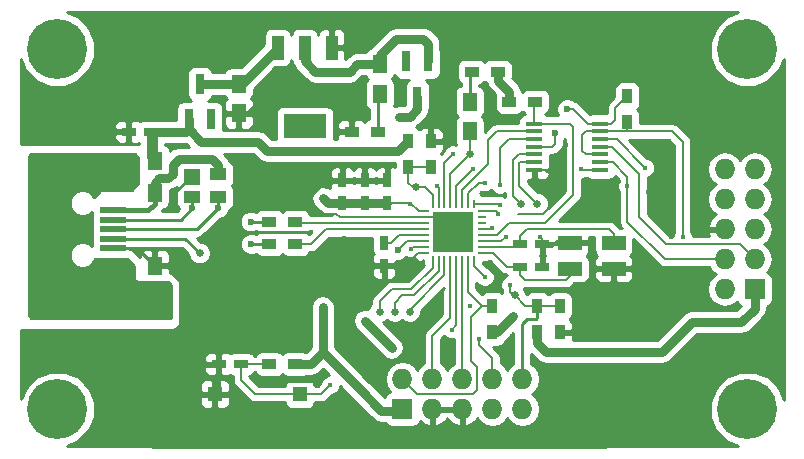
<source format=gbr>
G04 #@! TF.FileFunction,Copper,L1,Top,Signal*
%FSLAX46Y46*%
G04 Gerber Fmt 4.6, Leading zero omitted, Abs format (unit mm)*
G04 Created by KiCad (PCBNEW 4.0.2+dfsg1-stable) date Fri 29 Jul 2016 09:24:32 AM CST*
%MOMM*%
G01*
G04 APERTURE LIST*
%ADD10C,0.100000*%
%ADD11C,0.650000*%
%ADD12R,1.250000X1.250000*%
%ADD13R,2.000000X1.200000*%
%ADD14R,1.400000X1.400000*%
%ADD15R,1.400000X1.000000*%
%ADD16R,3.657600X2.032000*%
%ADD17R,1.016000X2.032000*%
%ADD18R,1.397000X0.431800*%
%ADD19R,1.200000X0.900000*%
%ADD20R,0.900000X1.200000*%
%ADD21R,1.727200X1.727200*%
%ADD22O,1.727200X1.727200*%
%ADD23R,2.301240X0.500380*%
%ADD24R,2.499360X1.998980*%
%ADD25R,1.300000X1.500000*%
%ADD26R,0.800100X1.800860*%
%ADD27R,1.250000X1.500000*%
%ADD28R,1.200000X0.750000*%
%ADD29R,0.750000X1.200000*%
%ADD30R,0.700000X0.250000*%
%ADD31R,0.250000X0.700000*%
%ADD32R,1.725000X1.725000*%
%ADD33C,5.080000*%
%ADD34C,0.600000*%
%ADD35C,0.400000*%
%ADD36C,0.149860*%
%ADD37C,0.762000*%
%ADD38C,0.450000*%
%ADD39C,0.250000*%
%ADD40C,0.254000*%
G04 APERTURE END LIST*
D10*
D11*
X148590000Y-101600000D03*
D12*
X136525000Y-129540000D03*
X143725000Y-129540000D03*
D11*
X153543000Y-112014000D03*
X158115000Y-109220000D03*
X163830000Y-113411000D03*
X162433000Y-113411000D03*
D13*
X170307000Y-116713000D03*
X166607000Y-116713000D03*
X166607000Y-118913000D03*
X170307000Y-118913000D03*
D11*
X161925000Y-121158000D03*
X150495000Y-122555000D03*
X151765000Y-122555000D03*
X135255000Y-117602000D03*
X153035000Y-122555000D03*
D14*
X134620000Y-111125000D03*
D15*
X134620000Y-112845000D03*
X136820000Y-112845000D03*
X136820000Y-110925000D03*
D16*
X144145000Y-106807000D03*
D17*
X144145000Y-100203000D03*
X141859000Y-100203000D03*
X146431000Y-100203000D03*
D18*
X163576000Y-106654600D03*
X163576000Y-107289600D03*
X163576000Y-107950000D03*
X163576000Y-108585000D03*
X163576000Y-109245400D03*
X163576000Y-109893100D03*
X163576000Y-110540800D03*
X169164000Y-110540800D03*
X169164000Y-109893100D03*
X169164000Y-109245400D03*
X169164000Y-108585000D03*
X169164000Y-107937300D03*
X169164000Y-107289600D03*
X169164000Y-106641900D03*
D19*
X150325000Y-107315000D03*
X148125000Y-107315000D03*
X143340000Y-127000000D03*
X141140000Y-127000000D03*
D20*
X154813000Y-110320000D03*
X154813000Y-108120000D03*
X152908000Y-108120000D03*
X152908000Y-110320000D03*
X160020000Y-122090000D03*
X160020000Y-124290000D03*
X165735000Y-122090000D03*
X165735000Y-124290000D03*
D19*
X160485000Y-102235000D03*
X158285000Y-102235000D03*
D20*
X163830000Y-124290000D03*
X163830000Y-122090000D03*
D19*
X161460000Y-104775000D03*
X163660000Y-104775000D03*
X143340000Y-114935000D03*
X141140000Y-114935000D03*
X141140000Y-116840000D03*
X143340000Y-116840000D03*
D20*
X171450000Y-104310000D03*
X171450000Y-106510000D03*
D21*
X182245000Y-120650000D03*
D22*
X179705000Y-120650000D03*
X182245000Y-118110000D03*
X179705000Y-118110000D03*
X182245000Y-115570000D03*
X179705000Y-115570000D03*
X182245000Y-113030000D03*
X179705000Y-113030000D03*
X182245000Y-110490000D03*
X179705000Y-110490000D03*
D21*
X152400000Y-130810000D03*
D22*
X152400000Y-128270000D03*
X154940000Y-130810000D03*
X154940000Y-128270000D03*
X157480000Y-130810000D03*
X157480000Y-128270000D03*
X160020000Y-130810000D03*
X160020000Y-128270000D03*
X162560000Y-130810000D03*
X162560000Y-128270000D03*
D23*
X127909320Y-113969800D03*
X127909320Y-114769900D03*
X127909320Y-115570000D03*
X127909320Y-116370100D03*
X127909320Y-117170200D03*
D24*
X127810260Y-111119920D03*
X122311160Y-111119920D03*
X127810260Y-120020080D03*
X122311160Y-120020080D03*
D25*
X131445000Y-121365000D03*
X131445000Y-118665000D03*
X131445000Y-112475000D03*
X131445000Y-109775000D03*
D26*
X154620000Y-101368860D03*
X152720000Y-101368860D03*
X153670000Y-104371140D03*
X134305000Y-106276140D03*
X136205000Y-106276140D03*
X135255000Y-103273860D03*
D27*
X158115000Y-107295000D03*
X158115000Y-104795000D03*
X150495000Y-101620000D03*
X150495000Y-104120000D03*
X138557000Y-103271000D03*
X138557000Y-105771000D03*
D28*
X138745000Y-127000000D03*
X136845000Y-127000000D03*
D29*
X150876000Y-116779000D03*
X150876000Y-118679000D03*
D28*
X131125000Y-107315000D03*
X129225000Y-107315000D03*
X162372000Y-118745000D03*
X164272000Y-118745000D03*
X162372000Y-116840000D03*
X164272000Y-116840000D03*
D29*
X147320000Y-113345000D03*
X147320000Y-111445000D03*
X149225000Y-113345000D03*
X149225000Y-111445000D03*
X151130000Y-113345000D03*
X151130000Y-111445000D03*
D30*
X154318000Y-114074000D03*
X154318000Y-114574000D03*
X154318000Y-115074000D03*
X154318000Y-115574000D03*
X154318000Y-116074000D03*
X154318000Y-116574000D03*
X154318000Y-117074000D03*
X154318000Y-117574000D03*
D31*
X154968000Y-118224000D03*
X155468000Y-118224000D03*
X155968000Y-118224000D03*
X156468000Y-118224000D03*
X156968000Y-118224000D03*
X157468000Y-118224000D03*
X157968000Y-118224000D03*
X158468000Y-118224000D03*
D30*
X159118000Y-117574000D03*
X159118000Y-117074000D03*
X159118000Y-116574000D03*
X159118000Y-116074000D03*
X159118000Y-115574000D03*
X159118000Y-115074000D03*
X159118000Y-114574000D03*
X159118000Y-114074000D03*
D31*
X158468000Y-113424000D03*
X157968000Y-113424000D03*
X157468000Y-113424000D03*
X156968000Y-113424000D03*
X156468000Y-113424000D03*
X155968000Y-113424000D03*
X155468000Y-113424000D03*
X154968000Y-113424000D03*
D32*
X157580500Y-116686500D03*
X157580500Y-114961500D03*
X155855500Y-116686500D03*
X155855500Y-114961500D03*
D33*
X181610000Y-100330000D03*
X181610000Y-130810000D03*
X123190000Y-130810000D03*
X123190000Y-100330000D03*
D34*
X166370000Y-105410000D03*
X165354000Y-107442000D03*
X161798000Y-122936000D03*
X161036000Y-103505000D03*
D35*
X145669000Y-122174000D03*
X153162000Y-117221000D03*
X153035000Y-113411000D03*
D34*
X145669000Y-112903000D03*
X152146000Y-106045000D03*
D35*
X175260000Y-110363000D03*
X175260000Y-111252000D03*
X177292000Y-121285000D03*
X161544000Y-106299000D03*
X165227000Y-105410000D03*
X152273000Y-104394000D03*
X133350000Y-108585000D03*
X141097000Y-128524000D03*
X144907000Y-128270000D03*
X158115000Y-122047000D03*
X159004000Y-120523000D03*
X161671000Y-124587000D03*
X174307500Y-108267500D03*
X173228000Y-112395000D03*
X169418000Y-112649000D03*
X159766000Y-112522000D03*
X140208000Y-111379000D03*
X143256000Y-111379000D03*
X147447000Y-116332000D03*
X147447000Y-118999000D03*
X147447000Y-121920000D03*
X175260000Y-112395000D03*
X175133000Y-116205000D03*
X169799000Y-124460000D03*
X173355000Y-124460000D03*
X175006000Y-118872000D03*
X156210000Y-124841000D03*
X152908000Y-124841000D03*
X155067000Y-122174000D03*
X137160000Y-122555000D03*
X137160000Y-125222000D03*
X140716000Y-125222000D03*
X140716000Y-122555000D03*
X140716000Y-119507000D03*
X143764000Y-119507000D03*
X143764000Y-122555000D03*
X143764000Y-125222000D03*
X152654000Y-119634000D03*
X139573000Y-131572000D03*
X143510000Y-131572000D03*
X146939000Y-131572000D03*
X149479000Y-132842000D03*
X183769000Y-126111000D03*
X180975000Y-126111000D03*
X177355500Y-126174500D03*
X177419000Y-129159000D03*
X177419000Y-132715000D03*
X174307500Y-129222500D03*
X170878500Y-132651500D03*
X174371000Y-132715000D03*
X162941000Y-97790000D03*
X162941000Y-100711000D03*
X166116000Y-100711000D03*
X166116000Y-97790000D03*
X159004000Y-100711000D03*
X172974000Y-97790000D03*
X176403000Y-97790000D03*
X176403000Y-100711000D03*
X169418000Y-97790000D03*
X169418000Y-100711000D03*
X169418000Y-103886000D03*
X182499000Y-104013000D03*
X182372000Y-107696000D03*
X178816000Y-107823000D03*
X178816000Y-103886000D03*
X176403000Y-103759000D03*
X172974000Y-103886000D03*
X172974000Y-100711000D03*
X164084000Y-116205000D03*
X157580500Y-116686500D03*
X157607000Y-115824000D03*
X157580500Y-114961500D03*
X156718000Y-114935000D03*
X155855500Y-114961500D03*
X155829000Y-115824000D03*
X155855500Y-116686500D03*
X156718000Y-116713000D03*
X166243000Y-108458000D03*
X138557000Y-98298000D03*
X138557000Y-101219000D03*
X136017000Y-101219000D03*
X135890000Y-98298000D03*
X133096000Y-98298000D03*
X133096000Y-101219000D03*
X132969000Y-104140000D03*
X130556000Y-104140000D03*
X130556000Y-101219000D03*
X130429000Y-98298000D03*
X127254000Y-98298000D03*
X127283524Y-101252320D03*
X127254000Y-104140000D03*
X127254000Y-106680000D03*
X123952000Y-106680000D03*
X123983918Y-104176022D03*
X121158000Y-104140000D03*
X133096000Y-131445000D03*
X133096000Y-128016000D03*
X133096000Y-125349000D03*
X130175000Y-125349000D03*
X130175000Y-128016000D03*
X130175000Y-131445000D03*
X121158000Y-127635000D03*
X121158000Y-125349000D03*
X123825000Y-125349000D03*
X127254000Y-125349000D03*
X127254000Y-128016000D03*
X127254000Y-131445000D03*
X121158000Y-106680000D03*
X173101000Y-118872000D03*
X167132000Y-130683000D03*
X169799000Y-127889000D03*
X167132000Y-127889000D03*
X164846000Y-127889000D03*
X164846000Y-130683000D03*
X159004000Y-97790000D03*
X140589000Y-104394000D03*
X137160000Y-119507000D03*
X133096000Y-113792000D03*
X144653000Y-115824000D03*
X144653000Y-112776000D03*
D34*
X152019000Y-117348000D03*
X164592000Y-125984000D03*
X149225000Y-123317000D03*
X152146000Y-108839000D03*
X151511000Y-125603000D03*
D35*
X146304000Y-128778000D03*
X160020000Y-115443000D03*
D34*
X134620000Y-113792000D03*
X139573000Y-116840000D03*
X136820000Y-113751000D03*
X139573000Y-114935000D03*
D35*
X156591000Y-124079000D03*
X158877000Y-124841000D03*
X161163000Y-116205000D03*
X161544000Y-120269000D03*
X160655000Y-111810800D03*
X171450000Y-111937800D03*
X160528000Y-114300000D03*
X160655000Y-113538000D03*
X156718000Y-109220000D03*
X155321000Y-111887000D03*
X176149000Y-116205000D03*
X159385000Y-119634000D03*
X159385000Y-111633000D03*
X172974000Y-110363000D03*
X167513000Y-110490000D03*
X158369000Y-110490000D03*
D36*
X168236900Y-106641900D02*
X168109900Y-106641900D01*
X168275000Y-106641900D02*
X168236900Y-106641900D01*
X169164000Y-106641900D02*
X168275000Y-106641900D01*
X166878000Y-105410000D02*
X166370000Y-105410000D01*
X168109900Y-106641900D02*
X166878000Y-105410000D01*
X165354000Y-108331000D02*
X165354000Y-107442000D01*
X163576000Y-108585000D02*
X165100000Y-108585000D01*
X165100000Y-108585000D02*
X165354000Y-108331000D01*
X153309000Y-117074000D02*
X153162000Y-117221000D01*
D37*
X160020000Y-124290000D02*
X160444000Y-124290000D01*
X160444000Y-124290000D02*
X161798000Y-122936000D01*
D36*
X169164000Y-106641900D02*
X170091100Y-106641900D01*
X170434000Y-105326000D02*
X171450000Y-104310000D01*
X170434000Y-106299000D02*
X170434000Y-105326000D01*
X170091100Y-106641900D02*
X170434000Y-106299000D01*
D37*
X161036000Y-103505000D02*
X160528000Y-102997000D01*
X160528000Y-102997000D02*
X160528000Y-102278000D01*
X160528000Y-102278000D02*
X160485000Y-102235000D01*
X161460000Y-103929000D02*
X161460000Y-104775000D01*
X161036000Y-103505000D02*
X161460000Y-103929000D01*
X145669000Y-125984000D02*
X148717000Y-129032000D01*
X150622000Y-130937000D02*
X152273000Y-130937000D01*
X148717000Y-129032000D02*
X150622000Y-130937000D01*
X152273000Y-130937000D02*
X152400000Y-130810000D01*
X144653000Y-127000000D02*
X143340000Y-127000000D01*
X145669000Y-125984000D02*
X144653000Y-127000000D01*
X145669000Y-122174000D02*
X145669000Y-125984000D01*
D36*
X153035000Y-113345000D02*
X153035000Y-113411000D01*
X153309000Y-117074000D02*
X154318000Y-117074000D01*
X151130000Y-113345000D02*
X153035000Y-113345000D01*
X153035000Y-113345000D02*
X153096000Y-113345000D01*
X153825000Y-114074000D02*
X154318000Y-114074000D01*
X153096000Y-113345000D02*
X153825000Y-114074000D01*
D37*
X149225000Y-113345000D02*
X151130000Y-113345000D01*
X147320000Y-113345000D02*
X149225000Y-113345000D01*
X145669000Y-112903000D02*
X146111000Y-113345000D01*
X146111000Y-113345000D02*
X147320000Y-113345000D01*
X153670000Y-104371140D02*
X153670000Y-105410000D01*
X153670000Y-105410000D02*
X153035000Y-106045000D01*
X153035000Y-106045000D02*
X152146000Y-106045000D01*
D38*
X146111000Y-113345000D02*
X147320000Y-113345000D01*
X153035000Y-106045000D02*
X152146000Y-106045000D01*
X153670000Y-105410000D02*
X153035000Y-106045000D01*
D39*
X175260000Y-110363000D02*
X175260000Y-109220000D01*
X175260000Y-111252000D02*
X175260000Y-110363000D01*
X175260000Y-109220000D02*
X174307500Y-108267500D01*
X177292000Y-121158000D02*
X177292000Y-121285000D01*
D36*
X166116000Y-100711000D02*
X166116000Y-101854000D01*
X159766000Y-105918000D02*
X159766000Y-105029000D01*
X160147000Y-106299000D02*
X159766000Y-105918000D01*
X161544000Y-106299000D02*
X160147000Y-106299000D01*
X165227000Y-102743000D02*
X165227000Y-105410000D01*
X166116000Y-101854000D02*
X165227000Y-102743000D01*
D39*
X152273000Y-104394000D02*
X152273000Y-103505000D01*
X133350000Y-108585000D02*
X133858000Y-108585000D01*
X141224000Y-128397000D02*
X141097000Y-128524000D01*
X144780000Y-128397000D02*
X141224000Y-128397000D01*
X144907000Y-128270000D02*
X144780000Y-128397000D01*
D36*
X158115000Y-122047000D02*
X158115000Y-121990138D01*
X161290000Y-124968000D02*
X161290000Y-126238000D01*
X161671000Y-124587000D02*
X161290000Y-124968000D01*
D39*
X174307500Y-108267500D02*
X174117000Y-108077000D01*
D36*
X169418000Y-112649000D02*
X169418000Y-112014000D01*
X169418000Y-112014000D02*
X169926000Y-111506000D01*
X168275000Y-113792000D02*
X169418000Y-112649000D01*
X159766000Y-112522000D02*
X159004000Y-112522000D01*
X144653000Y-112776000D02*
X143256000Y-111379000D01*
D39*
X147447000Y-121920000D02*
X147447000Y-118999000D01*
X155067000Y-122174000D02*
X155067000Y-121412000D01*
X155067000Y-121412000D02*
X155956000Y-120523000D01*
X175260000Y-116078000D02*
X175260000Y-112395000D01*
X175133000Y-116205000D02*
X175260000Y-116078000D01*
X173355000Y-124460000D02*
X174117000Y-124460000D01*
X169799000Y-124460000D02*
X173355000Y-124460000D01*
X177292000Y-121158000D02*
X175006000Y-118872000D01*
X174117000Y-124460000D02*
X177292000Y-121285000D01*
X153035000Y-124841000D02*
X152908000Y-124841000D01*
X155067000Y-122809000D02*
X153035000Y-124841000D01*
X155067000Y-122174000D02*
X155067000Y-122809000D01*
X137160000Y-125222000D02*
X140716000Y-125222000D01*
X140716000Y-122555000D02*
X140716000Y-119507000D01*
X143764000Y-119507000D02*
X143764000Y-122555000D01*
X137160000Y-119507000D02*
X137160000Y-122555000D01*
X152593000Y-118806000D02*
X152654000Y-118745000D01*
X152593000Y-119573000D02*
X152593000Y-118806000D01*
X152654000Y-119634000D02*
X152593000Y-119573000D01*
X143510000Y-131572000D02*
X146939000Y-131572000D01*
X139573000Y-133985000D02*
X139573000Y-131572000D01*
X177419000Y-126111000D02*
X180975000Y-126111000D01*
X177355500Y-126174500D02*
X177419000Y-126111000D01*
X177419000Y-132715000D02*
X177419000Y-129159000D01*
X174307500Y-132651500D02*
X170878500Y-132651500D01*
X174371000Y-132715000D02*
X174307500Y-132651500D01*
X162941000Y-100711000D02*
X162941000Y-97790000D01*
X166116000Y-97790000D02*
X166116000Y-100711000D01*
X176403000Y-103759000D02*
X176403000Y-100711000D01*
X176403000Y-97790000D02*
X172974000Y-97790000D01*
X171323000Y-97790000D02*
X181229000Y-107696000D01*
X181229000Y-107696000D02*
X183769000Y-107696000D01*
X183769000Y-107696000D02*
X184658000Y-108585000D01*
X184658000Y-116840000D02*
X184658000Y-123190000D01*
X184658000Y-108585000D02*
X184658000Y-116840000D01*
X184658000Y-123190000D02*
X183134000Y-124714000D01*
X183134000Y-124714000D02*
X178816000Y-124714000D01*
X178816000Y-124714000D02*
X174307500Y-129222500D01*
X171323000Y-97790000D02*
X169418000Y-97790000D01*
X169418000Y-100711000D02*
X169418000Y-103886000D01*
X178943000Y-107696000D02*
X182372000Y-107696000D01*
X178816000Y-107823000D02*
X178943000Y-107696000D01*
X176530000Y-103886000D02*
X178816000Y-103886000D01*
X176403000Y-103759000D02*
X176530000Y-103886000D01*
X172974000Y-100711000D02*
X172974000Y-103886000D01*
D36*
X164272000Y-116393000D02*
X164084000Y-116205000D01*
X164272000Y-116840000D02*
X164272000Y-116393000D01*
X157580500Y-115797500D02*
X157607000Y-115824000D01*
X157580500Y-115797500D02*
X157580500Y-114961500D01*
X156718000Y-114935000D02*
X156691500Y-114961500D01*
X156691500Y-114961500D02*
X155855500Y-114961500D01*
X155829000Y-115824000D02*
X155855500Y-115850500D01*
X155855500Y-115850500D02*
X155855500Y-116686500D01*
X156718000Y-116713000D02*
X156744500Y-116686500D01*
X156744500Y-116686500D02*
X157580500Y-116686500D01*
X165735000Y-108966000D02*
X166243000Y-108458000D01*
X165176200Y-110540800D02*
X165735000Y-109982000D01*
X165735000Y-109982000D02*
X165735000Y-108966000D01*
X163576000Y-110540800D02*
X165176200Y-110540800D01*
X154318000Y-114574000D02*
X147086000Y-114574000D01*
X144653000Y-114046000D02*
X144653000Y-112776000D01*
X144907000Y-114300000D02*
X144653000Y-114046000D01*
X146812000Y-114300000D02*
X144907000Y-114300000D01*
X147086000Y-114574000D02*
X146812000Y-114300000D01*
X154318000Y-114574000D02*
X155468000Y-114574000D01*
X155468000Y-114574000D02*
X155855500Y-114961500D01*
X155855500Y-114961500D02*
X155855500Y-116686500D01*
X157580500Y-116686500D02*
X157580500Y-114961500D01*
X157580500Y-114961500D02*
X155855500Y-114961500D01*
X164846000Y-113792000D02*
X164338000Y-114300000D01*
X163576000Y-111506000D02*
X164846000Y-112776000D01*
X164846000Y-112776000D02*
X164846000Y-113792000D01*
X163576000Y-110540800D02*
X163576000Y-111506000D01*
X164338000Y-114300000D02*
X162179000Y-114300000D01*
D39*
X121158000Y-106680000D02*
X121158000Y-104140000D01*
X138557000Y-101219000D02*
X138557000Y-98298000D01*
X136017000Y-98425000D02*
X136017000Y-101219000D01*
X135890000Y-98298000D02*
X136017000Y-98425000D01*
X133096000Y-101219000D02*
X133096000Y-98298000D01*
X130556000Y-104140000D02*
X132969000Y-104140000D01*
X130556000Y-98425000D02*
X130556000Y-101219000D01*
X130429000Y-98298000D02*
X130556000Y-98425000D01*
X127254000Y-101222796D02*
X127254000Y-98298000D01*
X127283524Y-101252320D02*
X127254000Y-101222796D01*
X127254000Y-106680000D02*
X127254000Y-104140000D01*
X123952000Y-104207940D02*
X123952000Y-106680000D01*
X123983918Y-104176022D02*
X123952000Y-104207940D01*
X130175000Y-131445000D02*
X127254000Y-131445000D01*
X133096000Y-128016000D02*
X133096000Y-125349000D01*
X130175000Y-125349000D02*
X130175000Y-128016000D01*
X133096000Y-133985000D02*
X133096000Y-131445000D01*
X123825000Y-125349000D02*
X121158000Y-125349000D01*
X127254000Y-128016000D02*
X127254000Y-125349000D01*
X121158000Y-106680000D02*
X126238000Y-102743000D01*
X170307000Y-118913000D02*
X173060000Y-118913000D01*
X173060000Y-118913000D02*
X173101000Y-118872000D01*
X164846000Y-133985000D02*
X164846000Y-130683000D01*
X167132000Y-130556000D02*
X167132000Y-130683000D01*
X169799000Y-127889000D02*
X167132000Y-130556000D01*
X164846000Y-127889000D02*
X167132000Y-127889000D01*
X136525000Y-129540000D02*
X136525000Y-133985000D01*
X136845000Y-127000000D02*
X136845000Y-129220000D01*
X136845000Y-129220000D02*
X136525000Y-129540000D01*
X131191000Y-133985000D02*
X133096000Y-133985000D01*
X133096000Y-133985000D02*
X133223000Y-133985000D01*
X133223000Y-133985000D02*
X136525000Y-133985000D01*
X136525000Y-133985000D02*
X139573000Y-133985000D01*
X139573000Y-133985000D02*
X164846000Y-133985000D01*
X164846000Y-133985000D02*
X169545000Y-133985000D01*
X174307500Y-129222500D02*
X169799000Y-133731000D01*
X169545000Y-133985000D02*
X169799000Y-133731000D01*
D36*
X155855500Y-114961500D02*
X157580500Y-114961500D01*
X157580500Y-116686500D02*
X155855500Y-116686500D01*
X166624000Y-116730000D02*
X166607000Y-116713000D01*
X150876000Y-118679000D02*
X152593000Y-118679000D01*
X153698000Y-117574000D02*
X154318000Y-117574000D01*
X152593000Y-118679000D02*
X153698000Y-117574000D01*
X155468000Y-114574000D02*
X155855500Y-114961500D01*
D39*
X149225000Y-111445000D02*
X151130000Y-111445000D01*
X147320000Y-111445000D02*
X149225000Y-111445000D01*
X137922000Y-115824000D02*
X137922000Y-118745000D01*
X137922000Y-118745000D02*
X137160000Y-119507000D01*
X138557000Y-105771000D02*
X139212000Y-105771000D01*
X148125000Y-106088000D02*
X148125000Y-107315000D01*
X146431000Y-104394000D02*
X148125000Y-106088000D01*
X140589000Y-104394000D02*
X146431000Y-104394000D01*
X139212000Y-105771000D02*
X140589000Y-104394000D01*
X146431000Y-100203000D02*
X146431000Y-97790000D01*
X134620000Y-111125000D02*
X134493000Y-111125000D01*
X134493000Y-111125000D02*
X133096000Y-112522000D01*
X133096000Y-112522000D02*
X133096000Y-113792000D01*
X137160000Y-119507000D02*
X134112000Y-119507000D01*
X129225000Y-107315000D02*
X129225000Y-105730000D01*
X129225000Y-105730000D02*
X126238000Y-102743000D01*
X144653000Y-115824000D02*
X137922000Y-115824000D01*
X145984000Y-111445000D02*
X144653000Y-112776000D01*
X147320000Y-111445000D02*
X145984000Y-111445000D01*
X137922000Y-115824000D02*
X136906000Y-114808000D01*
X136906000Y-114808000D02*
X136779000Y-114808000D01*
D36*
X164272000Y-116840000D02*
X166480000Y-116840000D01*
X169840000Y-118913000D02*
X170307000Y-118913000D01*
X164272000Y-118745000D02*
X164272000Y-117856000D01*
X164272000Y-117856000D02*
X164272000Y-116840000D01*
D39*
X127909320Y-117170200D02*
X129950200Y-117170200D01*
X129950200Y-117170200D02*
X131525000Y-118745000D01*
X131525000Y-118745000D02*
X133350000Y-118745000D01*
X133350000Y-118745000D02*
X134112000Y-119507000D01*
X134112000Y-119507000D02*
X134112000Y-127000000D01*
X136845000Y-127000000D02*
X134112000Y-127000000D01*
X131191000Y-97790000D02*
X146431000Y-97790000D01*
X126238000Y-102743000D02*
X131191000Y-97790000D01*
X146431000Y-97790000D02*
X159004000Y-97790000D01*
D36*
X162372000Y-116840000D02*
X162372000Y-116139000D01*
X170307000Y-115951000D02*
X170307000Y-116713000D01*
X169926000Y-115570000D02*
X170307000Y-115951000D01*
X162941000Y-115570000D02*
X169926000Y-115570000D01*
X162372000Y-116139000D02*
X162941000Y-115570000D01*
X162372000Y-116840000D02*
X162372000Y-116647000D01*
X159118000Y-117074000D02*
X162138000Y-117074000D01*
X162138000Y-117074000D02*
X162372000Y-116840000D01*
X162372000Y-118745000D02*
X162372000Y-119446000D01*
X166607000Y-119524000D02*
X166607000Y-118913000D01*
X166243000Y-119888000D02*
X166607000Y-119524000D01*
X162814000Y-119888000D02*
X166243000Y-119888000D01*
X162372000Y-119446000D02*
X162814000Y-119888000D01*
X159118000Y-117574000D02*
X160119000Y-117574000D01*
X161290000Y-118745000D02*
X162372000Y-118745000D01*
X160119000Y-117574000D02*
X161290000Y-118745000D01*
X152920000Y-116574000D02*
X152793000Y-116574000D01*
X154318000Y-116574000D02*
X152920000Y-116574000D01*
X152793000Y-116574000D02*
X152019000Y-117348000D01*
D37*
X133266140Y-107315000D02*
X134117000Y-107315000D01*
X134117000Y-107315000D02*
X134305000Y-107127000D01*
X134305000Y-107127000D02*
X134305000Y-106276140D01*
X131125000Y-107315000D02*
X131125000Y-109455000D01*
X131125000Y-109455000D02*
X131445000Y-109775000D01*
X133266140Y-107315000D02*
X131125000Y-107315000D01*
D36*
X152062000Y-108923000D02*
X152062000Y-108966000D01*
X152146000Y-108839000D02*
X152062000Y-108923000D01*
D37*
X149225000Y-123317000D02*
X151511000Y-125603000D01*
X163830000Y-124290000D02*
X163830000Y-125222000D01*
X182245000Y-122301000D02*
X182245000Y-120650000D01*
X181102000Y-123444000D02*
X182245000Y-122301000D01*
X176911000Y-123444000D02*
X181102000Y-123444000D01*
X174371000Y-125984000D02*
X176911000Y-123444000D01*
X164592000Y-125984000D02*
X174371000Y-125984000D01*
X163830000Y-125222000D02*
X164592000Y-125984000D01*
X134305000Y-106276140D02*
X134305000Y-107127000D01*
X134305000Y-107127000D02*
X135382000Y-108204000D01*
X135382000Y-108204000D02*
X140208000Y-108204000D01*
X140208000Y-108204000D02*
X140970000Y-108966000D01*
X151130000Y-108966000D02*
X152062000Y-108966000D01*
X140970000Y-108966000D02*
X151130000Y-108966000D01*
X152062000Y-108966000D02*
X152908000Y-108120000D01*
D38*
X152062000Y-108966000D02*
X152908000Y-108120000D01*
X131125000Y-107315000D02*
X133266140Y-107315000D01*
X131445000Y-109775000D02*
X131445000Y-107635000D01*
X131445000Y-107635000D02*
X131125000Y-107315000D01*
D36*
X154318000Y-116074000D02*
X152150000Y-116074000D01*
X151445000Y-116779000D02*
X150876000Y-116779000D01*
X152150000Y-116074000D02*
X151445000Y-116779000D01*
X143725000Y-129540000D02*
X145542000Y-129540000D01*
X145542000Y-129540000D02*
X146304000Y-128778000D01*
X138745000Y-127000000D02*
X138745000Y-128331000D01*
X139954000Y-129540000D02*
X143725000Y-129540000D01*
X138745000Y-128331000D02*
X139954000Y-129540000D01*
X138745000Y-127000000D02*
X141140000Y-127000000D01*
X159118000Y-115574000D02*
X159889000Y-115574000D01*
X159889000Y-115574000D02*
X160020000Y-115443000D01*
D37*
X138557000Y-103271000D02*
X138791000Y-103271000D01*
X138791000Y-103271000D02*
X141859000Y-100203000D01*
X135255000Y-103273860D02*
X138554140Y-103273860D01*
X138554140Y-103273860D02*
X138557000Y-103271000D01*
X138791000Y-103271000D02*
X141859000Y-100203000D01*
D38*
X138791000Y-103271000D02*
X141859000Y-100203000D01*
X138554140Y-103273860D02*
X138557000Y-103271000D01*
D37*
X150495000Y-101620000D02*
X150495000Y-100838000D01*
X150495000Y-100838000D02*
X151892000Y-99441000D01*
X151892000Y-99441000D02*
X154178000Y-99441000D01*
X154178000Y-99441000D02*
X154620000Y-99883000D01*
X154620000Y-99883000D02*
X154620000Y-101368860D01*
X144145000Y-100203000D02*
X144145000Y-101346000D01*
X144145000Y-101346000D02*
X145034000Y-102235000D01*
X145034000Y-102235000D02*
X147955000Y-102235000D01*
X147955000Y-102235000D02*
X148570000Y-101620000D01*
X148570000Y-101620000D02*
X150495000Y-101620000D01*
D38*
X154620000Y-99883000D02*
X154620000Y-101368860D01*
X154178000Y-99441000D02*
X154620000Y-99883000D01*
X151892000Y-99441000D02*
X154178000Y-99441000D01*
X150495000Y-100838000D02*
X151892000Y-99441000D01*
X147955000Y-102235000D02*
X148570000Y-101620000D01*
X145034000Y-102235000D02*
X147955000Y-102235000D01*
X144145000Y-101346000D02*
X145034000Y-102235000D01*
X148570000Y-101620000D02*
X150495000Y-101620000D01*
D39*
X150325000Y-107315000D02*
X150325000Y-104290000D01*
X150325000Y-104290000D02*
X150495000Y-104120000D01*
X141140000Y-116840000D02*
X139573000Y-116840000D01*
X127909320Y-114769900D02*
X133642100Y-114769900D01*
X134620000Y-113792000D02*
X134620000Y-112845000D01*
X133642100Y-114769900D02*
X134620000Y-113792000D01*
X141140000Y-114935000D02*
X139573000Y-114935000D01*
X127909320Y-115570000D02*
X135001000Y-115570000D01*
X136820000Y-113751000D02*
X136820000Y-112845000D01*
X135001000Y-115570000D02*
X136820000Y-113751000D01*
D37*
X132969000Y-110109000D02*
X133477000Y-109601000D01*
X131445000Y-111633000D02*
X131826000Y-111252000D01*
X131826000Y-111252000D02*
X132588000Y-111252000D01*
X132588000Y-111252000D02*
X132969000Y-110871000D01*
X132969000Y-110871000D02*
X132969000Y-110109000D01*
X131445000Y-112475000D02*
X131445000Y-111633000D01*
X136820000Y-110150000D02*
X136820000Y-110925000D01*
X136271000Y-109601000D02*
X136820000Y-110150000D01*
X133477000Y-109601000D02*
X136271000Y-109601000D01*
D38*
X130276600Y-113969800D02*
X130886200Y-113969800D01*
X131445000Y-113411000D02*
X131445000Y-112475000D01*
X130886200Y-113969800D02*
X131445000Y-113411000D01*
X127909320Y-113969800D02*
X129362200Y-113969800D01*
X131445000Y-112475000D02*
X131445000Y-112826800D01*
X129921000Y-113969800D02*
X130276600Y-113969800D01*
X130276600Y-113969800D02*
X130302000Y-113969800D01*
X131445000Y-112475000D02*
X131619000Y-112475000D01*
X127909320Y-113969800D02*
X129921000Y-113969800D01*
X129921000Y-113969800D02*
X129950200Y-113969800D01*
D36*
X158115000Y-109220000D02*
X158115000Y-107295000D01*
X156468000Y-113424000D02*
X156468000Y-110867000D01*
X156468000Y-110867000D02*
X158115000Y-109220000D01*
D39*
X158115000Y-104795000D02*
X158115000Y-102405000D01*
X158115000Y-102405000D02*
X158285000Y-102235000D01*
X122311160Y-111119920D02*
X122311160Y-120020080D01*
X122311160Y-120020080D02*
X127810260Y-120020080D01*
X127810260Y-120020080D02*
X129155180Y-121365000D01*
X129155180Y-121365000D02*
X131445000Y-121365000D01*
X127810260Y-111119920D02*
X122311160Y-111119920D01*
X127909320Y-116370100D02*
X134023100Y-116370100D01*
X134023100Y-116370100D02*
X135255000Y-117602000D01*
D36*
X160020000Y-122090000D02*
X159174000Y-122090000D01*
X159174000Y-122090000D02*
X158242000Y-123022000D01*
X158750000Y-129159000D02*
X158369000Y-129540000D01*
X158369000Y-129540000D02*
X153670000Y-129540000D01*
X153670000Y-129540000D02*
X152400000Y-128270000D01*
X158750000Y-127254000D02*
X158750000Y-129159000D01*
X158242000Y-126746000D02*
X158750000Y-127254000D01*
X158242000Y-123022000D02*
X158242000Y-126746000D01*
X157968000Y-118224000D02*
X157968000Y-120884000D01*
X157968000Y-120884000D02*
X159174000Y-122090000D01*
X156468000Y-118224000D02*
X156468000Y-123059000D01*
X154940000Y-124587000D02*
X154940000Y-128270000D01*
X156468000Y-123059000D02*
X154940000Y-124587000D01*
X157468000Y-118224000D02*
X157468000Y-128258000D01*
X157468000Y-128258000D02*
X157480000Y-128270000D01*
X160020000Y-128270000D02*
X160020000Y-126492000D01*
X156968000Y-123702000D02*
X156968000Y-118224000D01*
X156968000Y-123702000D02*
X156591000Y-124079000D01*
X158877000Y-125349000D02*
X158877000Y-124841000D01*
X160020000Y-126492000D02*
X158877000Y-125349000D01*
D39*
X163830000Y-122090000D02*
X163830000Y-123063000D01*
X162560000Y-123571000D02*
X162560000Y-128270000D01*
X162941000Y-123190000D02*
X162560000Y-123571000D01*
X163703000Y-123190000D02*
X162941000Y-123190000D01*
X163830000Y-123063000D02*
X163703000Y-123190000D01*
D36*
X160794000Y-116574000D02*
X161163000Y-116205000D01*
X160020000Y-116574000D02*
X160794000Y-116574000D01*
X161544000Y-120904000D02*
X161798000Y-121158000D01*
X161544000Y-120269000D02*
X161544000Y-120904000D01*
X161798000Y-121158000D02*
X161925000Y-121158000D01*
X163830000Y-122090000D02*
X165735000Y-122090000D01*
X161925000Y-121158000D02*
X162814000Y-122047000D01*
X162814000Y-122047000D02*
X163787000Y-122047000D01*
X163787000Y-122047000D02*
X163830000Y-122090000D01*
X159118000Y-116574000D02*
X160020000Y-116574000D01*
X160020000Y-116574000D02*
X160032000Y-116574000D01*
X161671000Y-121158000D02*
X161925000Y-121158000D01*
X178562000Y-116840000D02*
X180975000Y-116840000D01*
X170180000Y-108585000D02*
X172466000Y-110871000D01*
X172466000Y-110871000D02*
X172466000Y-114554000D01*
X172466000Y-114554000D02*
X174752000Y-116840000D01*
X174752000Y-116840000D02*
X178562000Y-116840000D01*
X169164000Y-108585000D02*
X170180000Y-108585000D01*
X180975000Y-116840000D02*
X182245000Y-118110000D01*
X171450000Y-111937800D02*
X171450000Y-114935000D01*
X174625000Y-118110000D02*
X176403000Y-118110000D01*
X171450000Y-114935000D02*
X174625000Y-118110000D01*
X169164000Y-109893100D02*
X170218100Y-109893100D01*
X171450000Y-111125000D02*
X171450000Y-111937800D01*
X170218100Y-109893100D02*
X171450000Y-111125000D01*
X161417000Y-107950000D02*
X160655000Y-108712000D01*
X160655000Y-108712000D02*
X160655000Y-111810800D01*
X163576000Y-107950000D02*
X161417000Y-107950000D01*
X176276000Y-118110000D02*
X176403000Y-118110000D01*
X176403000Y-118110000D02*
X179451000Y-118110000D01*
X179451000Y-118364000D02*
X179705000Y-118110000D01*
X159118000Y-114074000D02*
X160302000Y-114074000D01*
X160302000Y-114074000D02*
X160528000Y-114300000D01*
X158468000Y-113424000D02*
X160541000Y-113424000D01*
X160541000Y-113424000D02*
X160655000Y-113538000D01*
X155968000Y-113424000D02*
X155968000Y-109970000D01*
X155968000Y-109970000D02*
X156718000Y-109220000D01*
X155468000Y-113424000D02*
X155468000Y-112034000D01*
X155468000Y-112034000D02*
X155321000Y-111887000D01*
X158468000Y-118224000D02*
X158468000Y-118717000D01*
X158468000Y-118717000D02*
X159385000Y-119634000D01*
X173456600Y-107289600D02*
X171551600Y-107289600D01*
X175234600Y-107289600D02*
X173456600Y-107289600D01*
X176149000Y-108204000D02*
X175234600Y-107289600D01*
X176149000Y-116205000D02*
X176149000Y-108204000D01*
X171069000Y-107289600D02*
X171551600Y-107289600D01*
X171551600Y-107289600D02*
X171450000Y-107188000D01*
X169164000Y-107289600D02*
X167919400Y-107289600D01*
X167919400Y-109245400D02*
X169164000Y-109245400D01*
X167640000Y-108966000D02*
X167919400Y-109245400D01*
X167640000Y-107569000D02*
X167640000Y-108966000D01*
X167919400Y-107289600D02*
X167640000Y-107569000D01*
X171450000Y-106510000D02*
X171450000Y-107188000D01*
X171348400Y-107289600D02*
X171069000Y-107289600D01*
X171069000Y-107289600D02*
X169164000Y-107289600D01*
X171450000Y-107188000D02*
X171348400Y-107289600D01*
X154318000Y-115574000D02*
X145919000Y-115574000D01*
X144653000Y-116840000D02*
X143340000Y-116840000D01*
X145919000Y-115574000D02*
X144653000Y-116840000D01*
X154318000Y-115074000D02*
X143479000Y-115074000D01*
X143479000Y-115074000D02*
X143340000Y-114935000D01*
X165074600Y-106654600D02*
X166598600Y-106654600D01*
X163576000Y-106654600D02*
X165074600Y-106654600D01*
X164465000Y-115062000D02*
X166497000Y-113030000D01*
X161417000Y-115062000D02*
X164465000Y-115062000D01*
X161417000Y-115062000D02*
X160405000Y-116074000D01*
X166878000Y-112649000D02*
X166497000Y-113030000D01*
X166878000Y-106934000D02*
X166878000Y-112649000D01*
X166598600Y-106654600D02*
X166878000Y-106934000D01*
X160401000Y-116074000D02*
X160405000Y-116074000D01*
X163576000Y-106654600D02*
X163576000Y-104859000D01*
X163576000Y-104859000D02*
X163660000Y-104775000D01*
X159118000Y-116074000D02*
X160401000Y-116074000D01*
X160401000Y-116074000D02*
X160405000Y-116074000D01*
X152908000Y-110320000D02*
X154813000Y-110320000D01*
X154968000Y-113424000D02*
X154968000Y-112677000D01*
X154305000Y-112014000D02*
X153289000Y-112014000D01*
X154968000Y-112677000D02*
X154305000Y-112014000D01*
X153289000Y-112014000D02*
X152908000Y-111633000D01*
X152908000Y-111633000D02*
X152908000Y-110320000D01*
X154686000Y-110447000D02*
X154813000Y-110320000D01*
X155968000Y-118224000D02*
X155968000Y-119495000D01*
X155968000Y-119495000D02*
X153035000Y-122428000D01*
X153035000Y-122428000D02*
X153035000Y-122555000D01*
X155468000Y-118224000D02*
X155468000Y-119106000D01*
X151765000Y-121793000D02*
X151765000Y-122555000D01*
X152400000Y-121158000D02*
X151765000Y-121793000D01*
X153416000Y-121158000D02*
X152400000Y-121158000D01*
X155468000Y-119106000D02*
X153416000Y-121158000D01*
X154968000Y-118224000D02*
X154968000Y-118844000D01*
X150495000Y-121666000D02*
X150495000Y-122555000D01*
X151511000Y-120650000D02*
X150495000Y-121666000D01*
X153162000Y-120650000D02*
X151511000Y-120650000D01*
X154968000Y-118844000D02*
X153162000Y-120650000D01*
X163576000Y-109245400D02*
X162280600Y-109245400D01*
X161798000Y-112776000D02*
X162433000Y-113411000D01*
X161798000Y-109728000D02*
X161798000Y-112776000D01*
X162280600Y-109245400D02*
X161798000Y-109728000D01*
X163576000Y-109893100D02*
X162394900Y-109893100D01*
X162306000Y-111887000D02*
X163830000Y-113411000D01*
X162306000Y-109982000D02*
X162306000Y-111887000D01*
X162394900Y-109893100D02*
X162306000Y-109982000D01*
X157968000Y-112542000D02*
X158877000Y-111633000D01*
X158877000Y-111633000D02*
X159385000Y-111633000D01*
X157968000Y-113424000D02*
X157968000Y-112542000D01*
X172974000Y-110363000D02*
X172974000Y-110363000D01*
X172974000Y-110363000D02*
X170548300Y-107937300D01*
X169164000Y-107937300D02*
X170548300Y-107937300D01*
X159664400Y-110083600D02*
X159664400Y-108051600D01*
X157468000Y-112280000D02*
X159664400Y-110083600D01*
X157468000Y-113424000D02*
X157468000Y-112280000D01*
X160426400Y-107289600D02*
X163576000Y-107289600D01*
X159664400Y-108051600D02*
X160426400Y-107289600D01*
X156968000Y-113424000D02*
X156968000Y-111891000D01*
X167563800Y-110540800D02*
X169164000Y-110540800D01*
X167513000Y-110490000D02*
X167563800Y-110540800D01*
X156968000Y-111891000D02*
X158369000Y-110490000D01*
D40*
G36*
X130048000Y-109526606D02*
X130048000Y-111707394D01*
X129487394Y-112268000D01*
X126873000Y-112268000D01*
X126823590Y-112278006D01*
X126783197Y-112305197D01*
X126260341Y-112828053D01*
X126230898Y-112756797D01*
X125926067Y-112451434D01*
X125527583Y-112285969D01*
X125096110Y-112285592D01*
X124697337Y-112450362D01*
X124391974Y-112755193D01*
X124226509Y-113153677D01*
X124226132Y-113585150D01*
X124390902Y-113983923D01*
X124695733Y-114289286D01*
X125094217Y-114454751D01*
X125525690Y-114455128D01*
X125924463Y-114290358D01*
X126111000Y-114104146D01*
X126111000Y-117035970D01*
X125926067Y-116850714D01*
X125527583Y-116685249D01*
X125096110Y-116684872D01*
X124697337Y-116849642D01*
X124391974Y-117154473D01*
X124226509Y-117552957D01*
X124226132Y-117984430D01*
X124390902Y-118383203D01*
X124695733Y-118688566D01*
X125094217Y-118854031D01*
X125525690Y-118854408D01*
X125924463Y-118689638D01*
X126229826Y-118384807D01*
X126343936Y-118110000D01*
X129106394Y-118110000D01*
X129667000Y-118670606D01*
X129667000Y-119761000D01*
X129677006Y-119810410D01*
X129704197Y-119850803D01*
X129831197Y-119977803D01*
X129873211Y-120005666D01*
X129921000Y-120015000D01*
X130560734Y-120015000D01*
X130795000Y-120062440D01*
X132095000Y-120062440D01*
X132330317Y-120018162D01*
X132335231Y-120015000D01*
X132535394Y-120015000D01*
X132842000Y-120321606D01*
X132842000Y-123010394D01*
X132789394Y-123063000D01*
X120956606Y-123063000D01*
X120777000Y-122883394D01*
X120777000Y-109399606D01*
X120956606Y-109220000D01*
X129741394Y-109220000D01*
X130048000Y-109526606D01*
X130048000Y-109526606D01*
G37*
X130048000Y-109526606D02*
X130048000Y-111707394D01*
X129487394Y-112268000D01*
X126873000Y-112268000D01*
X126823590Y-112278006D01*
X126783197Y-112305197D01*
X126260341Y-112828053D01*
X126230898Y-112756797D01*
X125926067Y-112451434D01*
X125527583Y-112285969D01*
X125096110Y-112285592D01*
X124697337Y-112450362D01*
X124391974Y-112755193D01*
X124226509Y-113153677D01*
X124226132Y-113585150D01*
X124390902Y-113983923D01*
X124695733Y-114289286D01*
X125094217Y-114454751D01*
X125525690Y-114455128D01*
X125924463Y-114290358D01*
X126111000Y-114104146D01*
X126111000Y-117035970D01*
X125926067Y-116850714D01*
X125527583Y-116685249D01*
X125096110Y-116684872D01*
X124697337Y-116849642D01*
X124391974Y-117154473D01*
X124226509Y-117552957D01*
X124226132Y-117984430D01*
X124390902Y-118383203D01*
X124695733Y-118688566D01*
X125094217Y-118854031D01*
X125525690Y-118854408D01*
X125924463Y-118689638D01*
X126229826Y-118384807D01*
X126343936Y-118110000D01*
X129106394Y-118110000D01*
X129667000Y-118670606D01*
X129667000Y-119761000D01*
X129677006Y-119810410D01*
X129704197Y-119850803D01*
X129831197Y-119977803D01*
X129873211Y-120005666D01*
X129921000Y-120015000D01*
X130560734Y-120015000D01*
X130795000Y-120062440D01*
X132095000Y-120062440D01*
X132330317Y-120018162D01*
X132335231Y-120015000D01*
X132535394Y-120015000D01*
X132842000Y-120321606D01*
X132842000Y-123010394D01*
X132789394Y-123063000D01*
X120956606Y-123063000D01*
X120777000Y-122883394D01*
X120777000Y-109399606D01*
X120956606Y-109220000D01*
X129741394Y-109220000D01*
X130048000Y-109526606D01*
G36*
X179813857Y-97636796D02*
X178919935Y-98529159D01*
X178435552Y-99695683D01*
X178434450Y-100958776D01*
X178916796Y-102126143D01*
X179809159Y-103020065D01*
X180975683Y-103504448D01*
X182238776Y-103505550D01*
X183406143Y-103023204D01*
X184300065Y-102130841D01*
X184710000Y-101143608D01*
X184710000Y-129998379D01*
X184303204Y-129013857D01*
X183410841Y-128119935D01*
X182244317Y-127635552D01*
X180981224Y-127634450D01*
X179813857Y-128116796D01*
X178919935Y-129009159D01*
X178435552Y-130175683D01*
X178434450Y-131438776D01*
X178916796Y-132606143D01*
X179809159Y-133500065D01*
X180796392Y-133910000D01*
X124001621Y-133910000D01*
X124986143Y-133503204D01*
X125880065Y-132610841D01*
X126364448Y-131444317D01*
X126365550Y-130181224D01*
X126218672Y-129825750D01*
X135265000Y-129825750D01*
X135265000Y-130291310D01*
X135361673Y-130524699D01*
X135540302Y-130703327D01*
X135773691Y-130800000D01*
X136239250Y-130800000D01*
X136398000Y-130641250D01*
X136398000Y-129667000D01*
X136652000Y-129667000D01*
X136652000Y-130641250D01*
X136810750Y-130800000D01*
X137276309Y-130800000D01*
X137509698Y-130703327D01*
X137688327Y-130524699D01*
X137785000Y-130291310D01*
X137785000Y-129825750D01*
X137626250Y-129667000D01*
X136652000Y-129667000D01*
X136398000Y-129667000D01*
X135423750Y-129667000D01*
X135265000Y-129825750D01*
X126218672Y-129825750D01*
X125883204Y-129013857D01*
X125658430Y-128788690D01*
X135265000Y-128788690D01*
X135265000Y-129254250D01*
X135423750Y-129413000D01*
X136398000Y-129413000D01*
X136398000Y-128438750D01*
X136652000Y-128438750D01*
X136652000Y-129413000D01*
X137626250Y-129413000D01*
X137785000Y-129254250D01*
X137785000Y-128788690D01*
X137688327Y-128555301D01*
X137509698Y-128376673D01*
X137276309Y-128280000D01*
X136810750Y-128280000D01*
X136652000Y-128438750D01*
X136398000Y-128438750D01*
X136239250Y-128280000D01*
X135773691Y-128280000D01*
X135540302Y-128376673D01*
X135361673Y-128555301D01*
X135265000Y-128788690D01*
X125658430Y-128788690D01*
X124990841Y-128119935D01*
X123824317Y-127635552D01*
X122561224Y-127634450D01*
X121393857Y-128116796D01*
X120499935Y-129009159D01*
X120090000Y-129996392D01*
X120090000Y-127285750D01*
X135610000Y-127285750D01*
X135610000Y-127501310D01*
X135706673Y-127734699D01*
X135885302Y-127913327D01*
X136118691Y-128010000D01*
X136559250Y-128010000D01*
X136718000Y-127851250D01*
X136718000Y-127127000D01*
X135768750Y-127127000D01*
X135610000Y-127285750D01*
X120090000Y-127285750D01*
X120090000Y-126498690D01*
X135610000Y-126498690D01*
X135610000Y-126714250D01*
X135768750Y-126873000D01*
X136718000Y-126873000D01*
X136718000Y-126148750D01*
X136559250Y-125990000D01*
X136118691Y-125990000D01*
X135885302Y-126086673D01*
X135706673Y-126265301D01*
X135610000Y-126498690D01*
X120090000Y-126498690D01*
X120090000Y-124079000D01*
X133096000Y-124079000D01*
X133145410Y-124068994D01*
X133185803Y-124041803D01*
X133566803Y-123660803D01*
X133594666Y-123618789D01*
X133604000Y-123571000D01*
X133604000Y-120015000D01*
X133593994Y-119965590D01*
X133566803Y-119925197D01*
X132931803Y-119290197D01*
X132889789Y-119262334D01*
X132842000Y-119253000D01*
X132730000Y-119253000D01*
X132730000Y-118964750D01*
X149866000Y-118964750D01*
X149866000Y-119405309D01*
X149962673Y-119638698D01*
X150141301Y-119817327D01*
X150374690Y-119914000D01*
X150590250Y-119914000D01*
X150749000Y-119755250D01*
X150749000Y-118806000D01*
X151003000Y-118806000D01*
X151003000Y-119755250D01*
X151161750Y-119914000D01*
X151377310Y-119914000D01*
X151610699Y-119817327D01*
X151789327Y-119638698D01*
X151886000Y-119405309D01*
X151886000Y-118964750D01*
X151727250Y-118806000D01*
X151003000Y-118806000D01*
X150749000Y-118806000D01*
X150024750Y-118806000D01*
X149866000Y-118964750D01*
X132730000Y-118964750D01*
X132730000Y-118950750D01*
X132571250Y-118792000D01*
X131572000Y-118792000D01*
X131572000Y-118812000D01*
X131318000Y-118812000D01*
X131318000Y-118792000D01*
X131298000Y-118792000D01*
X131298000Y-118538000D01*
X131318000Y-118538000D01*
X131318000Y-117438750D01*
X131572000Y-117438750D01*
X131572000Y-118538000D01*
X132571250Y-118538000D01*
X132730000Y-118379250D01*
X132730000Y-117788691D01*
X132633327Y-117555302D01*
X132454699Y-117376673D01*
X132221310Y-117280000D01*
X131730750Y-117280000D01*
X131572000Y-117438750D01*
X131318000Y-117438750D01*
X131159250Y-117280000D01*
X130668690Y-117280000D01*
X130435301Y-117376673D01*
X130256673Y-117555302D01*
X130160000Y-117788691D01*
X130160000Y-117915394D01*
X129502803Y-117258197D01*
X129460789Y-117230334D01*
X129413000Y-117221000D01*
X129299068Y-117221000D01*
X129440330Y-117130100D01*
X133708298Y-117130100D01*
X134294899Y-117716701D01*
X134294833Y-117792118D01*
X134440677Y-118145086D01*
X134710493Y-118415374D01*
X135063206Y-118561833D01*
X135445118Y-118562167D01*
X135798086Y-118416323D01*
X136068374Y-118146507D01*
X136214833Y-117793794D01*
X136215167Y-117411882D01*
X136069323Y-117058914D01*
X135799507Y-116788626D01*
X135446794Y-116642167D01*
X135369902Y-116642100D01*
X135048378Y-116320576D01*
X135291839Y-116272148D01*
X135538401Y-116107401D01*
X136959680Y-114686122D01*
X137005167Y-114686162D01*
X137348943Y-114544117D01*
X137612192Y-114281327D01*
X137750130Y-113949138D01*
X137755317Y-113948162D01*
X137971441Y-113809090D01*
X138116431Y-113596890D01*
X138167440Y-113345000D01*
X138167440Y-112345000D01*
X138123162Y-112109683D01*
X137984090Y-111893559D01*
X137973385Y-111886245D01*
X138116431Y-111676890D01*
X138167440Y-111425000D01*
X138167440Y-110718691D01*
X146310000Y-110718691D01*
X146310000Y-111159250D01*
X146468750Y-111318000D01*
X147193000Y-111318000D01*
X147193000Y-110368750D01*
X147447000Y-110368750D01*
X147447000Y-111318000D01*
X148171250Y-111318000D01*
X148272500Y-111216750D01*
X148373750Y-111318000D01*
X149098000Y-111318000D01*
X149098000Y-110368750D01*
X149352000Y-110368750D01*
X149352000Y-111318000D01*
X150076250Y-111318000D01*
X150177500Y-111216750D01*
X150278750Y-111318000D01*
X151003000Y-111318000D01*
X151003000Y-110368750D01*
X150844250Y-110210000D01*
X150628690Y-110210000D01*
X150395301Y-110306673D01*
X150216673Y-110485302D01*
X150177500Y-110579874D01*
X150138327Y-110485302D01*
X149959699Y-110306673D01*
X149726310Y-110210000D01*
X149510750Y-110210000D01*
X149352000Y-110368750D01*
X149098000Y-110368750D01*
X148939250Y-110210000D01*
X148723690Y-110210000D01*
X148490301Y-110306673D01*
X148311673Y-110485302D01*
X148272500Y-110579874D01*
X148233327Y-110485302D01*
X148054699Y-110306673D01*
X147821310Y-110210000D01*
X147605750Y-110210000D01*
X147447000Y-110368750D01*
X147193000Y-110368750D01*
X147034250Y-110210000D01*
X146818690Y-110210000D01*
X146585301Y-110306673D01*
X146406673Y-110485302D01*
X146310000Y-110718691D01*
X138167440Y-110718691D01*
X138167440Y-110425000D01*
X138123162Y-110189683D01*
X137984090Y-109973559D01*
X137772091Y-109828706D01*
X137758662Y-109761194D01*
X137665268Y-109621421D01*
X137538420Y-109431579D01*
X137326841Y-109220000D01*
X139787160Y-109220000D01*
X140251580Y-109684421D01*
X140581193Y-109904662D01*
X140621810Y-109912741D01*
X140970000Y-109982000D01*
X151810560Y-109982000D01*
X151810560Y-110284248D01*
X151631310Y-110210000D01*
X151415750Y-110210000D01*
X151257000Y-110368750D01*
X151257000Y-111318000D01*
X151277000Y-111318000D01*
X151277000Y-111572000D01*
X151257000Y-111572000D01*
X151257000Y-111592000D01*
X151003000Y-111592000D01*
X151003000Y-111572000D01*
X150278750Y-111572000D01*
X150177500Y-111673250D01*
X150076250Y-111572000D01*
X149352000Y-111572000D01*
X149352000Y-111592000D01*
X149098000Y-111592000D01*
X149098000Y-111572000D01*
X148373750Y-111572000D01*
X148272500Y-111673250D01*
X148171250Y-111572000D01*
X147447000Y-111572000D01*
X147447000Y-111592000D01*
X147193000Y-111592000D01*
X147193000Y-111572000D01*
X146468750Y-111572000D01*
X146310000Y-111730750D01*
X146310000Y-112132849D01*
X146057807Y-111964338D01*
X145669000Y-111887001D01*
X145280193Y-111964338D01*
X144950580Y-112184580D01*
X144730338Y-112514193D01*
X144653001Y-112903000D01*
X144730338Y-113291807D01*
X144950580Y-113621420D01*
X145392579Y-114063420D01*
X145605271Y-114205536D01*
X145722194Y-114283662D01*
X146111000Y-114361000D01*
X146458104Y-114361000D01*
X146460080Y-114364070D01*
X144564685Y-114364070D01*
X144543162Y-114249683D01*
X144404090Y-114033559D01*
X144191890Y-113888569D01*
X143940000Y-113837560D01*
X142740000Y-113837560D01*
X142504683Y-113881838D01*
X142288559Y-114020910D01*
X142240866Y-114090711D01*
X142204090Y-114033559D01*
X141991890Y-113888569D01*
X141740000Y-113837560D01*
X140540000Y-113837560D01*
X140304683Y-113881838D01*
X140088559Y-114020910D01*
X140026942Y-114111090D01*
X139759799Y-114000162D01*
X139387833Y-113999838D01*
X139044057Y-114141883D01*
X138780808Y-114404673D01*
X138638162Y-114748201D01*
X138637838Y-115120167D01*
X138779883Y-115463943D01*
X139042673Y-115727192D01*
X139386201Y-115869838D01*
X139758167Y-115870162D01*
X140026314Y-115759366D01*
X140075910Y-115836441D01*
X140149479Y-115886709D01*
X140088559Y-115925910D01*
X140026942Y-116016090D01*
X139759799Y-115905162D01*
X139387833Y-115904838D01*
X139044057Y-116046883D01*
X138780808Y-116309673D01*
X138638162Y-116653201D01*
X138637838Y-117025167D01*
X138779883Y-117368943D01*
X139042673Y-117632192D01*
X139386201Y-117774838D01*
X139758167Y-117775162D01*
X140026314Y-117664366D01*
X140075910Y-117741441D01*
X140288110Y-117886431D01*
X140540000Y-117937440D01*
X141740000Y-117937440D01*
X141975317Y-117893162D01*
X142191441Y-117754090D01*
X142239134Y-117684289D01*
X142275910Y-117741441D01*
X142488110Y-117886431D01*
X142740000Y-117937440D01*
X143940000Y-117937440D01*
X144175317Y-117893162D01*
X144391441Y-117754090D01*
X144530938Y-117549930D01*
X144653000Y-117549930D01*
X144924679Y-117495890D01*
X145154996Y-117341996D01*
X146213063Y-116283930D01*
X149853560Y-116283930D01*
X149853560Y-117379000D01*
X149897838Y-117614317D01*
X149964329Y-117717646D01*
X149962673Y-117719302D01*
X149866000Y-117952691D01*
X149866000Y-118393250D01*
X150024750Y-118552000D01*
X150749000Y-118552000D01*
X150749000Y-118532000D01*
X151003000Y-118532000D01*
X151003000Y-118552000D01*
X151727250Y-118552000D01*
X151886000Y-118393250D01*
X151886000Y-118282885D01*
X152204167Y-118283162D01*
X152547943Y-118141117D01*
X152739646Y-117949748D01*
X152995179Y-118055855D01*
X153327363Y-118056145D01*
X153413818Y-118020423D01*
X153429673Y-118058699D01*
X153608302Y-118237327D01*
X153841691Y-118334000D01*
X154032250Y-118334000D01*
X154190998Y-118175252D01*
X154190998Y-118334000D01*
X154195560Y-118334000D01*
X154195560Y-118574000D01*
X154201649Y-118606358D01*
X152867938Y-119940070D01*
X151511000Y-119940070D01*
X151239321Y-119994110D01*
X151009004Y-120148004D01*
X149993004Y-121164004D01*
X149839110Y-121394321D01*
X149787091Y-121655839D01*
X149785070Y-121666000D01*
X149785070Y-121907230D01*
X149681626Y-122010493D01*
X149535363Y-122362735D01*
X149225000Y-122301001D01*
X148836193Y-122378338D01*
X148506580Y-122598580D01*
X148286338Y-122928193D01*
X148209001Y-123317000D01*
X148286338Y-123705807D01*
X148506580Y-124035420D01*
X150792579Y-126321420D01*
X151122193Y-126541661D01*
X151511000Y-126618999D01*
X151899807Y-126541661D01*
X152229420Y-126321420D01*
X152449661Y-125991807D01*
X152526999Y-125603000D01*
X152449661Y-125214193D01*
X152229420Y-124884579D01*
X150808873Y-123464032D01*
X151038086Y-123369323D01*
X151129923Y-123277646D01*
X151220493Y-123368374D01*
X151573206Y-123514833D01*
X151955118Y-123515167D01*
X152308086Y-123369323D01*
X152399923Y-123277646D01*
X152490493Y-123368374D01*
X152843206Y-123514833D01*
X153225118Y-123515167D01*
X153578086Y-123369323D01*
X153848374Y-123099507D01*
X153994833Y-122746794D01*
X153995073Y-122471919D01*
X155758070Y-120708923D01*
X155758070Y-122764937D01*
X154438004Y-124085004D01*
X154284110Y-124315321D01*
X154263885Y-124417000D01*
X154230070Y-124587000D01*
X154230070Y-126947282D01*
X153880330Y-127180971D01*
X153670000Y-127495752D01*
X153459670Y-127180971D01*
X152973489Y-126856115D01*
X152400000Y-126742041D01*
X151826511Y-126856115D01*
X151340330Y-127180971D01*
X151015474Y-127667152D01*
X150901400Y-128240641D01*
X150901400Y-128299359D01*
X151015474Y-128872848D01*
X151326574Y-129338442D01*
X151301083Y-129343238D01*
X151084959Y-129482310D01*
X150939969Y-129694510D01*
X150919151Y-129797311D01*
X149435423Y-128313583D01*
X149435421Y-128313580D01*
X146685000Y-125563160D01*
X146685000Y-122174000D01*
X146607662Y-121785194D01*
X146387420Y-121455580D01*
X146057806Y-121235338D01*
X145669000Y-121158000D01*
X145280194Y-121235338D01*
X144950580Y-121455580D01*
X144730338Y-121785194D01*
X144653000Y-122174000D01*
X144653000Y-125563159D01*
X144233892Y-125982268D01*
X144191890Y-125953569D01*
X143940000Y-125902560D01*
X142740000Y-125902560D01*
X142504683Y-125946838D01*
X142288559Y-126085910D01*
X142240866Y-126155711D01*
X142204090Y-126098559D01*
X141991890Y-125953569D01*
X141740000Y-125902560D01*
X140540000Y-125902560D01*
X140304683Y-125946838D01*
X140088559Y-126085910D01*
X139949062Y-126290070D01*
X139884063Y-126290070D01*
X139809090Y-126173559D01*
X139596890Y-126028569D01*
X139345000Y-125977560D01*
X138145000Y-125977560D01*
X137909683Y-126021838D01*
X137806354Y-126088329D01*
X137804698Y-126086673D01*
X137571309Y-125990000D01*
X137130750Y-125990000D01*
X136972000Y-126148750D01*
X136972000Y-126873000D01*
X136992000Y-126873000D01*
X136992000Y-127127000D01*
X136972000Y-127127000D01*
X136972000Y-127851250D01*
X137130750Y-128010000D01*
X137571309Y-128010000D01*
X137804698Y-127913327D01*
X137806068Y-127911957D01*
X137893110Y-127971431D01*
X138035070Y-128000179D01*
X138035070Y-128331000D01*
X138089110Y-128602679D01*
X138243004Y-128832996D01*
X139452004Y-130041996D01*
X139682322Y-130195890D01*
X139954000Y-130249930D01*
X142468541Y-130249930D01*
X142496838Y-130400317D01*
X142635910Y-130616441D01*
X142848110Y-130761431D01*
X143100000Y-130812440D01*
X144350000Y-130812440D01*
X144585317Y-130768162D01*
X144801441Y-130629090D01*
X144946431Y-130416890D01*
X144980241Y-130249930D01*
X145542000Y-130249930D01*
X145813679Y-130195890D01*
X146043996Y-130041996D01*
X146475301Y-129610691D01*
X146776372Y-129486292D01*
X147011466Y-129251607D01*
X147138855Y-128944821D01*
X147138902Y-128890743D01*
X147998580Y-129750421D01*
X147998583Y-129750423D01*
X149903580Y-131655421D01*
X150233193Y-131875662D01*
X150297700Y-131888493D01*
X150622000Y-131953000D01*
X150961605Y-131953000D01*
X151072310Y-132125041D01*
X151284510Y-132270031D01*
X151536400Y-132321040D01*
X153263600Y-132321040D01*
X153498917Y-132276762D01*
X153715041Y-132137690D01*
X153860031Y-131925490D01*
X153879039Y-131831625D01*
X154165053Y-132092688D01*
X154580974Y-132264958D01*
X154813000Y-132143817D01*
X154813000Y-130937000D01*
X155067000Y-130937000D01*
X155067000Y-132143817D01*
X155299026Y-132264958D01*
X155714947Y-132092688D01*
X156146821Y-131698490D01*
X156210000Y-131563687D01*
X156273179Y-131698490D01*
X156705053Y-132092688D01*
X157120974Y-132264958D01*
X157353000Y-132143817D01*
X157353000Y-130937000D01*
X155067000Y-130937000D01*
X154813000Y-130937000D01*
X154793000Y-130937000D01*
X154793000Y-130683000D01*
X154813000Y-130683000D01*
X154813000Y-130663000D01*
X155067000Y-130663000D01*
X155067000Y-130683000D01*
X157353000Y-130683000D01*
X157353000Y-130663000D01*
X157607000Y-130663000D01*
X157607000Y-130683000D01*
X157627000Y-130683000D01*
X157627000Y-130937000D01*
X157607000Y-130937000D01*
X157607000Y-132143817D01*
X157839026Y-132264958D01*
X158254947Y-132092688D01*
X158686821Y-131698490D01*
X158744336Y-131575772D01*
X158960330Y-131899029D01*
X159446511Y-132223885D01*
X160020000Y-132337959D01*
X160593489Y-132223885D01*
X161079670Y-131899029D01*
X161290000Y-131584248D01*
X161500330Y-131899029D01*
X161986511Y-132223885D01*
X162560000Y-132337959D01*
X163133489Y-132223885D01*
X163619670Y-131899029D01*
X163944526Y-131412848D01*
X164058600Y-130839359D01*
X164058600Y-130780641D01*
X163944526Y-130207152D01*
X163619670Y-129720971D01*
X163348828Y-129540000D01*
X163619670Y-129359029D01*
X163944526Y-128872848D01*
X164058600Y-128299359D01*
X164058600Y-128240641D01*
X163944526Y-127667152D01*
X163619670Y-127180971D01*
X163320000Y-126980738D01*
X163320000Y-126148840D01*
X163873580Y-126702421D01*
X164203193Y-126922662D01*
X164267700Y-126935493D01*
X164592000Y-127000000D01*
X174371000Y-127000000D01*
X174695300Y-126935493D01*
X174759807Y-126922662D01*
X175089420Y-126702420D01*
X177331841Y-124460000D01*
X181102000Y-124460000D01*
X181426300Y-124395493D01*
X181490807Y-124382662D01*
X181820420Y-124162420D01*
X182963420Y-123019421D01*
X183183662Y-122689807D01*
X183203117Y-122591997D01*
X183261000Y-122301000D01*
X183261000Y-122132364D01*
X183343917Y-122116762D01*
X183560041Y-121977690D01*
X183705031Y-121765490D01*
X183756040Y-121513600D01*
X183756040Y-119786400D01*
X183711762Y-119551083D01*
X183572690Y-119334959D01*
X183360490Y-119189969D01*
X183316869Y-119181136D01*
X183334029Y-119169670D01*
X183658885Y-118683489D01*
X183772959Y-118110000D01*
X183658885Y-117536511D01*
X183334029Y-117050330D01*
X183019248Y-116840000D01*
X183334029Y-116629670D01*
X183658885Y-116143489D01*
X183772959Y-115570000D01*
X183658885Y-114996511D01*
X183334029Y-114510330D01*
X183019248Y-114300000D01*
X183334029Y-114089670D01*
X183658885Y-113603489D01*
X183772959Y-113030000D01*
X183658885Y-112456511D01*
X183334029Y-111970330D01*
X183019248Y-111760000D01*
X183334029Y-111549670D01*
X183658885Y-111063489D01*
X183772959Y-110490000D01*
X183658885Y-109916511D01*
X183334029Y-109430330D01*
X182847848Y-109105474D01*
X182274359Y-108991400D01*
X182215641Y-108991400D01*
X181642152Y-109105474D01*
X181155971Y-109430330D01*
X180975000Y-109701172D01*
X180794029Y-109430330D01*
X180307848Y-109105474D01*
X179734359Y-108991400D01*
X179675641Y-108991400D01*
X179102152Y-109105474D01*
X178615971Y-109430330D01*
X178291115Y-109916511D01*
X178177041Y-110490000D01*
X178291115Y-111063489D01*
X178615971Y-111549670D01*
X178930752Y-111760000D01*
X178615971Y-111970330D01*
X178291115Y-112456511D01*
X178177041Y-113030000D01*
X178291115Y-113603489D01*
X178615971Y-114089670D01*
X178939228Y-114305664D01*
X178816510Y-114363179D01*
X178422312Y-114795053D01*
X178250042Y-115210974D01*
X178371183Y-115443000D01*
X179578000Y-115443000D01*
X179578000Y-115423000D01*
X179832000Y-115423000D01*
X179832000Y-115443000D01*
X179852000Y-115443000D01*
X179852000Y-115697000D01*
X179832000Y-115697000D01*
X179832000Y-115717000D01*
X179578000Y-115717000D01*
X179578000Y-115697000D01*
X178371183Y-115697000D01*
X178250042Y-115929026D01*
X178333312Y-116130070D01*
X176984066Y-116130070D01*
X176984145Y-116039637D01*
X176858930Y-115736592D01*
X176858930Y-108204000D01*
X176838627Y-108101931D01*
X176804890Y-107932321D01*
X176650996Y-107702004D01*
X175736596Y-106787604D01*
X175506279Y-106633710D01*
X175234600Y-106579670D01*
X172547440Y-106579670D01*
X172547440Y-105910000D01*
X172503162Y-105674683D01*
X172364090Y-105458559D01*
X172294289Y-105410866D01*
X172351441Y-105374090D01*
X172496431Y-105161890D01*
X172547440Y-104910000D01*
X172547440Y-103710000D01*
X172503162Y-103474683D01*
X172364090Y-103258559D01*
X172151890Y-103113569D01*
X171900000Y-103062560D01*
X171000000Y-103062560D01*
X170764683Y-103106838D01*
X170548559Y-103245910D01*
X170403569Y-103458110D01*
X170352560Y-103710000D01*
X170352560Y-104403448D01*
X169932004Y-104824004D01*
X169778110Y-105054321D01*
X169751552Y-105187838D01*
X169724070Y-105326000D01*
X169724070Y-105778560D01*
X168465500Y-105778560D01*
X168284593Y-105812600D01*
X167379996Y-104908004D01*
X167149679Y-104754110D01*
X167008323Y-104725993D01*
X166900327Y-104617808D01*
X166556799Y-104475162D01*
X166184833Y-104474838D01*
X165841057Y-104616883D01*
X165577808Y-104879673D01*
X165435162Y-105223201D01*
X165434838Y-105595167D01*
X165576883Y-105938943D01*
X165582600Y-105944670D01*
X164676259Y-105944670D01*
X164526390Y-105842269D01*
X164475314Y-105831926D01*
X164495317Y-105828162D01*
X164711441Y-105689090D01*
X164856431Y-105476890D01*
X164907440Y-105225000D01*
X164907440Y-104325000D01*
X164863162Y-104089683D01*
X164724090Y-103873559D01*
X164511890Y-103728569D01*
X164260000Y-103677560D01*
X163060000Y-103677560D01*
X162824683Y-103721838D01*
X162608559Y-103860910D01*
X162560866Y-103930711D01*
X162524090Y-103873559D01*
X162455674Y-103826812D01*
X162398662Y-103540193D01*
X162178421Y-103210580D01*
X161754422Y-102786582D01*
X161754420Y-102786579D01*
X161719035Y-102751194D01*
X161732440Y-102685000D01*
X161732440Y-101785000D01*
X161688162Y-101549683D01*
X161549090Y-101333559D01*
X161336890Y-101188569D01*
X161085000Y-101137560D01*
X159885000Y-101137560D01*
X159649683Y-101181838D01*
X159433559Y-101320910D01*
X159385866Y-101390711D01*
X159349090Y-101333559D01*
X159136890Y-101188569D01*
X158885000Y-101137560D01*
X157685000Y-101137560D01*
X157449683Y-101181838D01*
X157233559Y-101320910D01*
X157088569Y-101533110D01*
X157037560Y-101785000D01*
X157037560Y-102685000D01*
X157081838Y-102920317D01*
X157220910Y-103136441D01*
X157355000Y-103228061D01*
X157355000Y-103422962D01*
X157254683Y-103441838D01*
X157038559Y-103580910D01*
X156893569Y-103793110D01*
X156842560Y-104045000D01*
X156842560Y-105545000D01*
X156886838Y-105780317D01*
X157025910Y-105996441D01*
X157095711Y-106044134D01*
X157038559Y-106080910D01*
X156893569Y-106293110D01*
X156842560Y-106545000D01*
X156842560Y-108045000D01*
X156886838Y-108280317D01*
X156979624Y-108424511D01*
X156884821Y-108385145D01*
X156552637Y-108384855D01*
X156245628Y-108511708D01*
X156010534Y-108746393D01*
X155884790Y-109049218D01*
X155690470Y-109243538D01*
X155658994Y-109222031D01*
X155801327Y-109079698D01*
X155898000Y-108846309D01*
X155898000Y-108405750D01*
X155739250Y-108247000D01*
X154940000Y-108247000D01*
X154940000Y-108267000D01*
X154686000Y-108267000D01*
X154686000Y-108247000D01*
X154666000Y-108247000D01*
X154666000Y-107993000D01*
X154686000Y-107993000D01*
X154686000Y-107043750D01*
X154940000Y-107043750D01*
X154940000Y-107993000D01*
X155739250Y-107993000D01*
X155898000Y-107834250D01*
X155898000Y-107393691D01*
X155801327Y-107160302D01*
X155622699Y-106981673D01*
X155389310Y-106885000D01*
X155098750Y-106885000D01*
X154940000Y-107043750D01*
X154686000Y-107043750D01*
X154527250Y-106885000D01*
X154236690Y-106885000D01*
X154003301Y-106981673D01*
X153859022Y-107125953D01*
X153822090Y-107068559D01*
X153609890Y-106923569D01*
X153536104Y-106908627D01*
X153753420Y-106763420D01*
X154388421Y-106128420D01*
X154608662Y-105798807D01*
X154662179Y-105529756D01*
X154666481Y-105523460D01*
X154717490Y-105271570D01*
X154717490Y-103470710D01*
X154673212Y-103235393D01*
X154534140Y-103019269D01*
X154384069Y-102916730D01*
X155020050Y-102916730D01*
X155255367Y-102872452D01*
X155471491Y-102733380D01*
X155616481Y-102521180D01*
X155667490Y-102269290D01*
X155667490Y-100468430D01*
X155636000Y-100301075D01*
X155636000Y-99883000D01*
X155558662Y-99494194D01*
X155405077Y-99264339D01*
X155338420Y-99164579D01*
X154896420Y-98722580D01*
X154566807Y-98502338D01*
X154502300Y-98489507D01*
X154178000Y-98425000D01*
X151892000Y-98425000D01*
X151503194Y-98502338D01*
X151503192Y-98502339D01*
X151503193Y-98502339D01*
X151173579Y-98722580D01*
X149776580Y-100119580D01*
X149684441Y-100257475D01*
X149634683Y-100266838D01*
X149418559Y-100405910D01*
X149283210Y-100604000D01*
X148570000Y-100604000D01*
X148181194Y-100681338D01*
X148181192Y-100681339D01*
X148181193Y-100681339D01*
X147851579Y-100901580D01*
X147574000Y-101179159D01*
X147574000Y-100488750D01*
X147415250Y-100330000D01*
X146558000Y-100330000D01*
X146558000Y-100350000D01*
X146304000Y-100350000D01*
X146304000Y-100330000D01*
X146284000Y-100330000D01*
X146284000Y-100076000D01*
X146304000Y-100076000D01*
X146304000Y-98710750D01*
X146558000Y-98710750D01*
X146558000Y-100076000D01*
X147415250Y-100076000D01*
X147574000Y-99917250D01*
X147574000Y-99060690D01*
X147477327Y-98827301D01*
X147298698Y-98648673D01*
X147065309Y-98552000D01*
X146716750Y-98552000D01*
X146558000Y-98710750D01*
X146304000Y-98710750D01*
X146145250Y-98552000D01*
X145796691Y-98552000D01*
X145563302Y-98648673D01*
X145384673Y-98827301D01*
X145288000Y-99060690D01*
X145288000Y-99120887D01*
X145256162Y-98951683D01*
X145117090Y-98735559D01*
X144904890Y-98590569D01*
X144653000Y-98539560D01*
X143637000Y-98539560D01*
X143401683Y-98583838D01*
X143185559Y-98722910D01*
X143040569Y-98935110D01*
X143002457Y-99123314D01*
X142970162Y-98951683D01*
X142831090Y-98735559D01*
X142618890Y-98590569D01*
X142367000Y-98539560D01*
X141351000Y-98539560D01*
X141115683Y-98583838D01*
X140899559Y-98722910D01*
X140754569Y-98935110D01*
X140703560Y-99187000D01*
X140703560Y-99921599D01*
X138751600Y-101873560D01*
X137932000Y-101873560D01*
X137696683Y-101917838D01*
X137480559Y-102056910D01*
X137343256Y-102257860D01*
X136280744Y-102257860D01*
X136258212Y-102138113D01*
X136119140Y-101921989D01*
X135906940Y-101776999D01*
X135655050Y-101725990D01*
X134854950Y-101725990D01*
X134619633Y-101770268D01*
X134403509Y-101909340D01*
X134258519Y-102121540D01*
X134207510Y-102373430D01*
X134207510Y-104174290D01*
X134251788Y-104409607D01*
X134390860Y-104625731D01*
X134540931Y-104728270D01*
X133904950Y-104728270D01*
X133669633Y-104772548D01*
X133453509Y-104911620D01*
X133308519Y-105123820D01*
X133257510Y-105375710D01*
X133257510Y-106299000D01*
X131756802Y-106299000D01*
X131725000Y-106292560D01*
X130525000Y-106292560D01*
X130289683Y-106336838D01*
X130186354Y-106403329D01*
X130184698Y-106401673D01*
X129951309Y-106305000D01*
X129510750Y-106305000D01*
X129352000Y-106463750D01*
X129352000Y-107188000D01*
X129372000Y-107188000D01*
X129372000Y-107442000D01*
X129352000Y-107442000D01*
X129352000Y-108166250D01*
X129510750Y-108325000D01*
X129951309Y-108325000D01*
X130109000Y-108259682D01*
X130109000Y-108349095D01*
X130095789Y-108340334D01*
X130048000Y-108331000D01*
X120090000Y-108331000D01*
X120090000Y-107600750D01*
X127990000Y-107600750D01*
X127990000Y-107816310D01*
X128086673Y-108049699D01*
X128265302Y-108228327D01*
X128498691Y-108325000D01*
X128939250Y-108325000D01*
X129098000Y-108166250D01*
X129098000Y-107442000D01*
X128148750Y-107442000D01*
X127990000Y-107600750D01*
X120090000Y-107600750D01*
X120090000Y-106813690D01*
X127990000Y-106813690D01*
X127990000Y-107029250D01*
X128148750Y-107188000D01*
X129098000Y-107188000D01*
X129098000Y-106463750D01*
X128939250Y-106305000D01*
X128498691Y-106305000D01*
X128265302Y-106401673D01*
X128086673Y-106580301D01*
X127990000Y-106813690D01*
X120090000Y-106813690D01*
X120090000Y-101141621D01*
X120496796Y-102126143D01*
X121389159Y-103020065D01*
X122555683Y-103504448D01*
X123818776Y-103505550D01*
X124986143Y-103023204D01*
X125880065Y-102130841D01*
X126364448Y-100964317D01*
X126365550Y-99701224D01*
X125883204Y-98533857D01*
X124990841Y-97639935D01*
X124003608Y-97230000D01*
X180798379Y-97230000D01*
X179813857Y-97636796D01*
X179813857Y-97636796D01*
G37*
X179813857Y-97636796D02*
X178919935Y-98529159D01*
X178435552Y-99695683D01*
X178434450Y-100958776D01*
X178916796Y-102126143D01*
X179809159Y-103020065D01*
X180975683Y-103504448D01*
X182238776Y-103505550D01*
X183406143Y-103023204D01*
X184300065Y-102130841D01*
X184710000Y-101143608D01*
X184710000Y-129998379D01*
X184303204Y-129013857D01*
X183410841Y-128119935D01*
X182244317Y-127635552D01*
X180981224Y-127634450D01*
X179813857Y-128116796D01*
X178919935Y-129009159D01*
X178435552Y-130175683D01*
X178434450Y-131438776D01*
X178916796Y-132606143D01*
X179809159Y-133500065D01*
X180796392Y-133910000D01*
X124001621Y-133910000D01*
X124986143Y-133503204D01*
X125880065Y-132610841D01*
X126364448Y-131444317D01*
X126365550Y-130181224D01*
X126218672Y-129825750D01*
X135265000Y-129825750D01*
X135265000Y-130291310D01*
X135361673Y-130524699D01*
X135540302Y-130703327D01*
X135773691Y-130800000D01*
X136239250Y-130800000D01*
X136398000Y-130641250D01*
X136398000Y-129667000D01*
X136652000Y-129667000D01*
X136652000Y-130641250D01*
X136810750Y-130800000D01*
X137276309Y-130800000D01*
X137509698Y-130703327D01*
X137688327Y-130524699D01*
X137785000Y-130291310D01*
X137785000Y-129825750D01*
X137626250Y-129667000D01*
X136652000Y-129667000D01*
X136398000Y-129667000D01*
X135423750Y-129667000D01*
X135265000Y-129825750D01*
X126218672Y-129825750D01*
X125883204Y-129013857D01*
X125658430Y-128788690D01*
X135265000Y-128788690D01*
X135265000Y-129254250D01*
X135423750Y-129413000D01*
X136398000Y-129413000D01*
X136398000Y-128438750D01*
X136652000Y-128438750D01*
X136652000Y-129413000D01*
X137626250Y-129413000D01*
X137785000Y-129254250D01*
X137785000Y-128788690D01*
X137688327Y-128555301D01*
X137509698Y-128376673D01*
X137276309Y-128280000D01*
X136810750Y-128280000D01*
X136652000Y-128438750D01*
X136398000Y-128438750D01*
X136239250Y-128280000D01*
X135773691Y-128280000D01*
X135540302Y-128376673D01*
X135361673Y-128555301D01*
X135265000Y-128788690D01*
X125658430Y-128788690D01*
X124990841Y-128119935D01*
X123824317Y-127635552D01*
X122561224Y-127634450D01*
X121393857Y-128116796D01*
X120499935Y-129009159D01*
X120090000Y-129996392D01*
X120090000Y-127285750D01*
X135610000Y-127285750D01*
X135610000Y-127501310D01*
X135706673Y-127734699D01*
X135885302Y-127913327D01*
X136118691Y-128010000D01*
X136559250Y-128010000D01*
X136718000Y-127851250D01*
X136718000Y-127127000D01*
X135768750Y-127127000D01*
X135610000Y-127285750D01*
X120090000Y-127285750D01*
X120090000Y-126498690D01*
X135610000Y-126498690D01*
X135610000Y-126714250D01*
X135768750Y-126873000D01*
X136718000Y-126873000D01*
X136718000Y-126148750D01*
X136559250Y-125990000D01*
X136118691Y-125990000D01*
X135885302Y-126086673D01*
X135706673Y-126265301D01*
X135610000Y-126498690D01*
X120090000Y-126498690D01*
X120090000Y-124079000D01*
X133096000Y-124079000D01*
X133145410Y-124068994D01*
X133185803Y-124041803D01*
X133566803Y-123660803D01*
X133594666Y-123618789D01*
X133604000Y-123571000D01*
X133604000Y-120015000D01*
X133593994Y-119965590D01*
X133566803Y-119925197D01*
X132931803Y-119290197D01*
X132889789Y-119262334D01*
X132842000Y-119253000D01*
X132730000Y-119253000D01*
X132730000Y-118964750D01*
X149866000Y-118964750D01*
X149866000Y-119405309D01*
X149962673Y-119638698D01*
X150141301Y-119817327D01*
X150374690Y-119914000D01*
X150590250Y-119914000D01*
X150749000Y-119755250D01*
X150749000Y-118806000D01*
X151003000Y-118806000D01*
X151003000Y-119755250D01*
X151161750Y-119914000D01*
X151377310Y-119914000D01*
X151610699Y-119817327D01*
X151789327Y-119638698D01*
X151886000Y-119405309D01*
X151886000Y-118964750D01*
X151727250Y-118806000D01*
X151003000Y-118806000D01*
X150749000Y-118806000D01*
X150024750Y-118806000D01*
X149866000Y-118964750D01*
X132730000Y-118964750D01*
X132730000Y-118950750D01*
X132571250Y-118792000D01*
X131572000Y-118792000D01*
X131572000Y-118812000D01*
X131318000Y-118812000D01*
X131318000Y-118792000D01*
X131298000Y-118792000D01*
X131298000Y-118538000D01*
X131318000Y-118538000D01*
X131318000Y-117438750D01*
X131572000Y-117438750D01*
X131572000Y-118538000D01*
X132571250Y-118538000D01*
X132730000Y-118379250D01*
X132730000Y-117788691D01*
X132633327Y-117555302D01*
X132454699Y-117376673D01*
X132221310Y-117280000D01*
X131730750Y-117280000D01*
X131572000Y-117438750D01*
X131318000Y-117438750D01*
X131159250Y-117280000D01*
X130668690Y-117280000D01*
X130435301Y-117376673D01*
X130256673Y-117555302D01*
X130160000Y-117788691D01*
X130160000Y-117915394D01*
X129502803Y-117258197D01*
X129460789Y-117230334D01*
X129413000Y-117221000D01*
X129299068Y-117221000D01*
X129440330Y-117130100D01*
X133708298Y-117130100D01*
X134294899Y-117716701D01*
X134294833Y-117792118D01*
X134440677Y-118145086D01*
X134710493Y-118415374D01*
X135063206Y-118561833D01*
X135445118Y-118562167D01*
X135798086Y-118416323D01*
X136068374Y-118146507D01*
X136214833Y-117793794D01*
X136215167Y-117411882D01*
X136069323Y-117058914D01*
X135799507Y-116788626D01*
X135446794Y-116642167D01*
X135369902Y-116642100D01*
X135048378Y-116320576D01*
X135291839Y-116272148D01*
X135538401Y-116107401D01*
X136959680Y-114686122D01*
X137005167Y-114686162D01*
X137348943Y-114544117D01*
X137612192Y-114281327D01*
X137750130Y-113949138D01*
X137755317Y-113948162D01*
X137971441Y-113809090D01*
X138116431Y-113596890D01*
X138167440Y-113345000D01*
X138167440Y-112345000D01*
X138123162Y-112109683D01*
X137984090Y-111893559D01*
X137973385Y-111886245D01*
X138116431Y-111676890D01*
X138167440Y-111425000D01*
X138167440Y-110718691D01*
X146310000Y-110718691D01*
X146310000Y-111159250D01*
X146468750Y-111318000D01*
X147193000Y-111318000D01*
X147193000Y-110368750D01*
X147447000Y-110368750D01*
X147447000Y-111318000D01*
X148171250Y-111318000D01*
X148272500Y-111216750D01*
X148373750Y-111318000D01*
X149098000Y-111318000D01*
X149098000Y-110368750D01*
X149352000Y-110368750D01*
X149352000Y-111318000D01*
X150076250Y-111318000D01*
X150177500Y-111216750D01*
X150278750Y-111318000D01*
X151003000Y-111318000D01*
X151003000Y-110368750D01*
X150844250Y-110210000D01*
X150628690Y-110210000D01*
X150395301Y-110306673D01*
X150216673Y-110485302D01*
X150177500Y-110579874D01*
X150138327Y-110485302D01*
X149959699Y-110306673D01*
X149726310Y-110210000D01*
X149510750Y-110210000D01*
X149352000Y-110368750D01*
X149098000Y-110368750D01*
X148939250Y-110210000D01*
X148723690Y-110210000D01*
X148490301Y-110306673D01*
X148311673Y-110485302D01*
X148272500Y-110579874D01*
X148233327Y-110485302D01*
X148054699Y-110306673D01*
X147821310Y-110210000D01*
X147605750Y-110210000D01*
X147447000Y-110368750D01*
X147193000Y-110368750D01*
X147034250Y-110210000D01*
X146818690Y-110210000D01*
X146585301Y-110306673D01*
X146406673Y-110485302D01*
X146310000Y-110718691D01*
X138167440Y-110718691D01*
X138167440Y-110425000D01*
X138123162Y-110189683D01*
X137984090Y-109973559D01*
X137772091Y-109828706D01*
X137758662Y-109761194D01*
X137665268Y-109621421D01*
X137538420Y-109431579D01*
X137326841Y-109220000D01*
X139787160Y-109220000D01*
X140251580Y-109684421D01*
X140581193Y-109904662D01*
X140621810Y-109912741D01*
X140970000Y-109982000D01*
X151810560Y-109982000D01*
X151810560Y-110284248D01*
X151631310Y-110210000D01*
X151415750Y-110210000D01*
X151257000Y-110368750D01*
X151257000Y-111318000D01*
X151277000Y-111318000D01*
X151277000Y-111572000D01*
X151257000Y-111572000D01*
X151257000Y-111592000D01*
X151003000Y-111592000D01*
X151003000Y-111572000D01*
X150278750Y-111572000D01*
X150177500Y-111673250D01*
X150076250Y-111572000D01*
X149352000Y-111572000D01*
X149352000Y-111592000D01*
X149098000Y-111592000D01*
X149098000Y-111572000D01*
X148373750Y-111572000D01*
X148272500Y-111673250D01*
X148171250Y-111572000D01*
X147447000Y-111572000D01*
X147447000Y-111592000D01*
X147193000Y-111592000D01*
X147193000Y-111572000D01*
X146468750Y-111572000D01*
X146310000Y-111730750D01*
X146310000Y-112132849D01*
X146057807Y-111964338D01*
X145669000Y-111887001D01*
X145280193Y-111964338D01*
X144950580Y-112184580D01*
X144730338Y-112514193D01*
X144653001Y-112903000D01*
X144730338Y-113291807D01*
X144950580Y-113621420D01*
X145392579Y-114063420D01*
X145605271Y-114205536D01*
X145722194Y-114283662D01*
X146111000Y-114361000D01*
X146458104Y-114361000D01*
X146460080Y-114364070D01*
X144564685Y-114364070D01*
X144543162Y-114249683D01*
X144404090Y-114033559D01*
X144191890Y-113888569D01*
X143940000Y-113837560D01*
X142740000Y-113837560D01*
X142504683Y-113881838D01*
X142288559Y-114020910D01*
X142240866Y-114090711D01*
X142204090Y-114033559D01*
X141991890Y-113888569D01*
X141740000Y-113837560D01*
X140540000Y-113837560D01*
X140304683Y-113881838D01*
X140088559Y-114020910D01*
X140026942Y-114111090D01*
X139759799Y-114000162D01*
X139387833Y-113999838D01*
X139044057Y-114141883D01*
X138780808Y-114404673D01*
X138638162Y-114748201D01*
X138637838Y-115120167D01*
X138779883Y-115463943D01*
X139042673Y-115727192D01*
X139386201Y-115869838D01*
X139758167Y-115870162D01*
X140026314Y-115759366D01*
X140075910Y-115836441D01*
X140149479Y-115886709D01*
X140088559Y-115925910D01*
X140026942Y-116016090D01*
X139759799Y-115905162D01*
X139387833Y-115904838D01*
X139044057Y-116046883D01*
X138780808Y-116309673D01*
X138638162Y-116653201D01*
X138637838Y-117025167D01*
X138779883Y-117368943D01*
X139042673Y-117632192D01*
X139386201Y-117774838D01*
X139758167Y-117775162D01*
X140026314Y-117664366D01*
X140075910Y-117741441D01*
X140288110Y-117886431D01*
X140540000Y-117937440D01*
X141740000Y-117937440D01*
X141975317Y-117893162D01*
X142191441Y-117754090D01*
X142239134Y-117684289D01*
X142275910Y-117741441D01*
X142488110Y-117886431D01*
X142740000Y-117937440D01*
X143940000Y-117937440D01*
X144175317Y-117893162D01*
X144391441Y-117754090D01*
X144530938Y-117549930D01*
X144653000Y-117549930D01*
X144924679Y-117495890D01*
X145154996Y-117341996D01*
X146213063Y-116283930D01*
X149853560Y-116283930D01*
X149853560Y-117379000D01*
X149897838Y-117614317D01*
X149964329Y-117717646D01*
X149962673Y-117719302D01*
X149866000Y-117952691D01*
X149866000Y-118393250D01*
X150024750Y-118552000D01*
X150749000Y-118552000D01*
X150749000Y-118532000D01*
X151003000Y-118532000D01*
X151003000Y-118552000D01*
X151727250Y-118552000D01*
X151886000Y-118393250D01*
X151886000Y-118282885D01*
X152204167Y-118283162D01*
X152547943Y-118141117D01*
X152739646Y-117949748D01*
X152995179Y-118055855D01*
X153327363Y-118056145D01*
X153413818Y-118020423D01*
X153429673Y-118058699D01*
X153608302Y-118237327D01*
X153841691Y-118334000D01*
X154032250Y-118334000D01*
X154190998Y-118175252D01*
X154190998Y-118334000D01*
X154195560Y-118334000D01*
X154195560Y-118574000D01*
X154201649Y-118606358D01*
X152867938Y-119940070D01*
X151511000Y-119940070D01*
X151239321Y-119994110D01*
X151009004Y-120148004D01*
X149993004Y-121164004D01*
X149839110Y-121394321D01*
X149787091Y-121655839D01*
X149785070Y-121666000D01*
X149785070Y-121907230D01*
X149681626Y-122010493D01*
X149535363Y-122362735D01*
X149225000Y-122301001D01*
X148836193Y-122378338D01*
X148506580Y-122598580D01*
X148286338Y-122928193D01*
X148209001Y-123317000D01*
X148286338Y-123705807D01*
X148506580Y-124035420D01*
X150792579Y-126321420D01*
X151122193Y-126541661D01*
X151511000Y-126618999D01*
X151899807Y-126541661D01*
X152229420Y-126321420D01*
X152449661Y-125991807D01*
X152526999Y-125603000D01*
X152449661Y-125214193D01*
X152229420Y-124884579D01*
X150808873Y-123464032D01*
X151038086Y-123369323D01*
X151129923Y-123277646D01*
X151220493Y-123368374D01*
X151573206Y-123514833D01*
X151955118Y-123515167D01*
X152308086Y-123369323D01*
X152399923Y-123277646D01*
X152490493Y-123368374D01*
X152843206Y-123514833D01*
X153225118Y-123515167D01*
X153578086Y-123369323D01*
X153848374Y-123099507D01*
X153994833Y-122746794D01*
X153995073Y-122471919D01*
X155758070Y-120708923D01*
X155758070Y-122764937D01*
X154438004Y-124085004D01*
X154284110Y-124315321D01*
X154263885Y-124417000D01*
X154230070Y-124587000D01*
X154230070Y-126947282D01*
X153880330Y-127180971D01*
X153670000Y-127495752D01*
X153459670Y-127180971D01*
X152973489Y-126856115D01*
X152400000Y-126742041D01*
X151826511Y-126856115D01*
X151340330Y-127180971D01*
X151015474Y-127667152D01*
X150901400Y-128240641D01*
X150901400Y-128299359D01*
X151015474Y-128872848D01*
X151326574Y-129338442D01*
X151301083Y-129343238D01*
X151084959Y-129482310D01*
X150939969Y-129694510D01*
X150919151Y-129797311D01*
X149435423Y-128313583D01*
X149435421Y-128313580D01*
X146685000Y-125563160D01*
X146685000Y-122174000D01*
X146607662Y-121785194D01*
X146387420Y-121455580D01*
X146057806Y-121235338D01*
X145669000Y-121158000D01*
X145280194Y-121235338D01*
X144950580Y-121455580D01*
X144730338Y-121785194D01*
X144653000Y-122174000D01*
X144653000Y-125563159D01*
X144233892Y-125982268D01*
X144191890Y-125953569D01*
X143940000Y-125902560D01*
X142740000Y-125902560D01*
X142504683Y-125946838D01*
X142288559Y-126085910D01*
X142240866Y-126155711D01*
X142204090Y-126098559D01*
X141991890Y-125953569D01*
X141740000Y-125902560D01*
X140540000Y-125902560D01*
X140304683Y-125946838D01*
X140088559Y-126085910D01*
X139949062Y-126290070D01*
X139884063Y-126290070D01*
X139809090Y-126173559D01*
X139596890Y-126028569D01*
X139345000Y-125977560D01*
X138145000Y-125977560D01*
X137909683Y-126021838D01*
X137806354Y-126088329D01*
X137804698Y-126086673D01*
X137571309Y-125990000D01*
X137130750Y-125990000D01*
X136972000Y-126148750D01*
X136972000Y-126873000D01*
X136992000Y-126873000D01*
X136992000Y-127127000D01*
X136972000Y-127127000D01*
X136972000Y-127851250D01*
X137130750Y-128010000D01*
X137571309Y-128010000D01*
X137804698Y-127913327D01*
X137806068Y-127911957D01*
X137893110Y-127971431D01*
X138035070Y-128000179D01*
X138035070Y-128331000D01*
X138089110Y-128602679D01*
X138243004Y-128832996D01*
X139452004Y-130041996D01*
X139682322Y-130195890D01*
X139954000Y-130249930D01*
X142468541Y-130249930D01*
X142496838Y-130400317D01*
X142635910Y-130616441D01*
X142848110Y-130761431D01*
X143100000Y-130812440D01*
X144350000Y-130812440D01*
X144585317Y-130768162D01*
X144801441Y-130629090D01*
X144946431Y-130416890D01*
X144980241Y-130249930D01*
X145542000Y-130249930D01*
X145813679Y-130195890D01*
X146043996Y-130041996D01*
X146475301Y-129610691D01*
X146776372Y-129486292D01*
X147011466Y-129251607D01*
X147138855Y-128944821D01*
X147138902Y-128890743D01*
X147998580Y-129750421D01*
X147998583Y-129750423D01*
X149903580Y-131655421D01*
X150233193Y-131875662D01*
X150297700Y-131888493D01*
X150622000Y-131953000D01*
X150961605Y-131953000D01*
X151072310Y-132125041D01*
X151284510Y-132270031D01*
X151536400Y-132321040D01*
X153263600Y-132321040D01*
X153498917Y-132276762D01*
X153715041Y-132137690D01*
X153860031Y-131925490D01*
X153879039Y-131831625D01*
X154165053Y-132092688D01*
X154580974Y-132264958D01*
X154813000Y-132143817D01*
X154813000Y-130937000D01*
X155067000Y-130937000D01*
X155067000Y-132143817D01*
X155299026Y-132264958D01*
X155714947Y-132092688D01*
X156146821Y-131698490D01*
X156210000Y-131563687D01*
X156273179Y-131698490D01*
X156705053Y-132092688D01*
X157120974Y-132264958D01*
X157353000Y-132143817D01*
X157353000Y-130937000D01*
X155067000Y-130937000D01*
X154813000Y-130937000D01*
X154793000Y-130937000D01*
X154793000Y-130683000D01*
X154813000Y-130683000D01*
X154813000Y-130663000D01*
X155067000Y-130663000D01*
X155067000Y-130683000D01*
X157353000Y-130683000D01*
X157353000Y-130663000D01*
X157607000Y-130663000D01*
X157607000Y-130683000D01*
X157627000Y-130683000D01*
X157627000Y-130937000D01*
X157607000Y-130937000D01*
X157607000Y-132143817D01*
X157839026Y-132264958D01*
X158254947Y-132092688D01*
X158686821Y-131698490D01*
X158744336Y-131575772D01*
X158960330Y-131899029D01*
X159446511Y-132223885D01*
X160020000Y-132337959D01*
X160593489Y-132223885D01*
X161079670Y-131899029D01*
X161290000Y-131584248D01*
X161500330Y-131899029D01*
X161986511Y-132223885D01*
X162560000Y-132337959D01*
X163133489Y-132223885D01*
X163619670Y-131899029D01*
X163944526Y-131412848D01*
X164058600Y-130839359D01*
X164058600Y-130780641D01*
X163944526Y-130207152D01*
X163619670Y-129720971D01*
X163348828Y-129540000D01*
X163619670Y-129359029D01*
X163944526Y-128872848D01*
X164058600Y-128299359D01*
X164058600Y-128240641D01*
X163944526Y-127667152D01*
X163619670Y-127180971D01*
X163320000Y-126980738D01*
X163320000Y-126148840D01*
X163873580Y-126702421D01*
X164203193Y-126922662D01*
X164267700Y-126935493D01*
X164592000Y-127000000D01*
X174371000Y-127000000D01*
X174695300Y-126935493D01*
X174759807Y-126922662D01*
X175089420Y-126702420D01*
X177331841Y-124460000D01*
X181102000Y-124460000D01*
X181426300Y-124395493D01*
X181490807Y-124382662D01*
X181820420Y-124162420D01*
X182963420Y-123019421D01*
X183183662Y-122689807D01*
X183203117Y-122591997D01*
X183261000Y-122301000D01*
X183261000Y-122132364D01*
X183343917Y-122116762D01*
X183560041Y-121977690D01*
X183705031Y-121765490D01*
X183756040Y-121513600D01*
X183756040Y-119786400D01*
X183711762Y-119551083D01*
X183572690Y-119334959D01*
X183360490Y-119189969D01*
X183316869Y-119181136D01*
X183334029Y-119169670D01*
X183658885Y-118683489D01*
X183772959Y-118110000D01*
X183658885Y-117536511D01*
X183334029Y-117050330D01*
X183019248Y-116840000D01*
X183334029Y-116629670D01*
X183658885Y-116143489D01*
X183772959Y-115570000D01*
X183658885Y-114996511D01*
X183334029Y-114510330D01*
X183019248Y-114300000D01*
X183334029Y-114089670D01*
X183658885Y-113603489D01*
X183772959Y-113030000D01*
X183658885Y-112456511D01*
X183334029Y-111970330D01*
X183019248Y-111760000D01*
X183334029Y-111549670D01*
X183658885Y-111063489D01*
X183772959Y-110490000D01*
X183658885Y-109916511D01*
X183334029Y-109430330D01*
X182847848Y-109105474D01*
X182274359Y-108991400D01*
X182215641Y-108991400D01*
X181642152Y-109105474D01*
X181155971Y-109430330D01*
X180975000Y-109701172D01*
X180794029Y-109430330D01*
X180307848Y-109105474D01*
X179734359Y-108991400D01*
X179675641Y-108991400D01*
X179102152Y-109105474D01*
X178615971Y-109430330D01*
X178291115Y-109916511D01*
X178177041Y-110490000D01*
X178291115Y-111063489D01*
X178615971Y-111549670D01*
X178930752Y-111760000D01*
X178615971Y-111970330D01*
X178291115Y-112456511D01*
X178177041Y-113030000D01*
X178291115Y-113603489D01*
X178615971Y-114089670D01*
X178939228Y-114305664D01*
X178816510Y-114363179D01*
X178422312Y-114795053D01*
X178250042Y-115210974D01*
X178371183Y-115443000D01*
X179578000Y-115443000D01*
X179578000Y-115423000D01*
X179832000Y-115423000D01*
X179832000Y-115443000D01*
X179852000Y-115443000D01*
X179852000Y-115697000D01*
X179832000Y-115697000D01*
X179832000Y-115717000D01*
X179578000Y-115717000D01*
X179578000Y-115697000D01*
X178371183Y-115697000D01*
X178250042Y-115929026D01*
X178333312Y-116130070D01*
X176984066Y-116130070D01*
X176984145Y-116039637D01*
X176858930Y-115736592D01*
X176858930Y-108204000D01*
X176838627Y-108101931D01*
X176804890Y-107932321D01*
X176650996Y-107702004D01*
X175736596Y-106787604D01*
X175506279Y-106633710D01*
X175234600Y-106579670D01*
X172547440Y-106579670D01*
X172547440Y-105910000D01*
X172503162Y-105674683D01*
X172364090Y-105458559D01*
X172294289Y-105410866D01*
X172351441Y-105374090D01*
X172496431Y-105161890D01*
X172547440Y-104910000D01*
X172547440Y-103710000D01*
X172503162Y-103474683D01*
X172364090Y-103258559D01*
X172151890Y-103113569D01*
X171900000Y-103062560D01*
X171000000Y-103062560D01*
X170764683Y-103106838D01*
X170548559Y-103245910D01*
X170403569Y-103458110D01*
X170352560Y-103710000D01*
X170352560Y-104403448D01*
X169932004Y-104824004D01*
X169778110Y-105054321D01*
X169751552Y-105187838D01*
X169724070Y-105326000D01*
X169724070Y-105778560D01*
X168465500Y-105778560D01*
X168284593Y-105812600D01*
X167379996Y-104908004D01*
X167149679Y-104754110D01*
X167008323Y-104725993D01*
X166900327Y-104617808D01*
X166556799Y-104475162D01*
X166184833Y-104474838D01*
X165841057Y-104616883D01*
X165577808Y-104879673D01*
X165435162Y-105223201D01*
X165434838Y-105595167D01*
X165576883Y-105938943D01*
X165582600Y-105944670D01*
X164676259Y-105944670D01*
X164526390Y-105842269D01*
X164475314Y-105831926D01*
X164495317Y-105828162D01*
X164711441Y-105689090D01*
X164856431Y-105476890D01*
X164907440Y-105225000D01*
X164907440Y-104325000D01*
X164863162Y-104089683D01*
X164724090Y-103873559D01*
X164511890Y-103728569D01*
X164260000Y-103677560D01*
X163060000Y-103677560D01*
X162824683Y-103721838D01*
X162608559Y-103860910D01*
X162560866Y-103930711D01*
X162524090Y-103873559D01*
X162455674Y-103826812D01*
X162398662Y-103540193D01*
X162178421Y-103210580D01*
X161754422Y-102786582D01*
X161754420Y-102786579D01*
X161719035Y-102751194D01*
X161732440Y-102685000D01*
X161732440Y-101785000D01*
X161688162Y-101549683D01*
X161549090Y-101333559D01*
X161336890Y-101188569D01*
X161085000Y-101137560D01*
X159885000Y-101137560D01*
X159649683Y-101181838D01*
X159433559Y-101320910D01*
X159385866Y-101390711D01*
X159349090Y-101333559D01*
X159136890Y-101188569D01*
X158885000Y-101137560D01*
X157685000Y-101137560D01*
X157449683Y-101181838D01*
X157233559Y-101320910D01*
X157088569Y-101533110D01*
X157037560Y-101785000D01*
X157037560Y-102685000D01*
X157081838Y-102920317D01*
X157220910Y-103136441D01*
X157355000Y-103228061D01*
X157355000Y-103422962D01*
X157254683Y-103441838D01*
X157038559Y-103580910D01*
X156893569Y-103793110D01*
X156842560Y-104045000D01*
X156842560Y-105545000D01*
X156886838Y-105780317D01*
X157025910Y-105996441D01*
X157095711Y-106044134D01*
X157038559Y-106080910D01*
X156893569Y-106293110D01*
X156842560Y-106545000D01*
X156842560Y-108045000D01*
X156886838Y-108280317D01*
X156979624Y-108424511D01*
X156884821Y-108385145D01*
X156552637Y-108384855D01*
X156245628Y-108511708D01*
X156010534Y-108746393D01*
X155884790Y-109049218D01*
X155690470Y-109243538D01*
X155658994Y-109222031D01*
X155801327Y-109079698D01*
X155898000Y-108846309D01*
X155898000Y-108405750D01*
X155739250Y-108247000D01*
X154940000Y-108247000D01*
X154940000Y-108267000D01*
X154686000Y-108267000D01*
X154686000Y-108247000D01*
X154666000Y-108247000D01*
X154666000Y-107993000D01*
X154686000Y-107993000D01*
X154686000Y-107043750D01*
X154940000Y-107043750D01*
X154940000Y-107993000D01*
X155739250Y-107993000D01*
X155898000Y-107834250D01*
X155898000Y-107393691D01*
X155801327Y-107160302D01*
X155622699Y-106981673D01*
X155389310Y-106885000D01*
X155098750Y-106885000D01*
X154940000Y-107043750D01*
X154686000Y-107043750D01*
X154527250Y-106885000D01*
X154236690Y-106885000D01*
X154003301Y-106981673D01*
X153859022Y-107125953D01*
X153822090Y-107068559D01*
X153609890Y-106923569D01*
X153536104Y-106908627D01*
X153753420Y-106763420D01*
X154388421Y-106128420D01*
X154608662Y-105798807D01*
X154662179Y-105529756D01*
X154666481Y-105523460D01*
X154717490Y-105271570D01*
X154717490Y-103470710D01*
X154673212Y-103235393D01*
X154534140Y-103019269D01*
X154384069Y-102916730D01*
X155020050Y-102916730D01*
X155255367Y-102872452D01*
X155471491Y-102733380D01*
X155616481Y-102521180D01*
X155667490Y-102269290D01*
X155667490Y-100468430D01*
X155636000Y-100301075D01*
X155636000Y-99883000D01*
X155558662Y-99494194D01*
X155405077Y-99264339D01*
X155338420Y-99164579D01*
X154896420Y-98722580D01*
X154566807Y-98502338D01*
X154502300Y-98489507D01*
X154178000Y-98425000D01*
X151892000Y-98425000D01*
X151503194Y-98502338D01*
X151503192Y-98502339D01*
X151503193Y-98502339D01*
X151173579Y-98722580D01*
X149776580Y-100119580D01*
X149684441Y-100257475D01*
X149634683Y-100266838D01*
X149418559Y-100405910D01*
X149283210Y-100604000D01*
X148570000Y-100604000D01*
X148181194Y-100681338D01*
X148181192Y-100681339D01*
X148181193Y-100681339D01*
X147851579Y-100901580D01*
X147574000Y-101179159D01*
X147574000Y-100488750D01*
X147415250Y-100330000D01*
X146558000Y-100330000D01*
X146558000Y-100350000D01*
X146304000Y-100350000D01*
X146304000Y-100330000D01*
X146284000Y-100330000D01*
X146284000Y-100076000D01*
X146304000Y-100076000D01*
X146304000Y-98710750D01*
X146558000Y-98710750D01*
X146558000Y-100076000D01*
X147415250Y-100076000D01*
X147574000Y-99917250D01*
X147574000Y-99060690D01*
X147477327Y-98827301D01*
X147298698Y-98648673D01*
X147065309Y-98552000D01*
X146716750Y-98552000D01*
X146558000Y-98710750D01*
X146304000Y-98710750D01*
X146145250Y-98552000D01*
X145796691Y-98552000D01*
X145563302Y-98648673D01*
X145384673Y-98827301D01*
X145288000Y-99060690D01*
X145288000Y-99120887D01*
X145256162Y-98951683D01*
X145117090Y-98735559D01*
X144904890Y-98590569D01*
X144653000Y-98539560D01*
X143637000Y-98539560D01*
X143401683Y-98583838D01*
X143185559Y-98722910D01*
X143040569Y-98935110D01*
X143002457Y-99123314D01*
X142970162Y-98951683D01*
X142831090Y-98735559D01*
X142618890Y-98590569D01*
X142367000Y-98539560D01*
X141351000Y-98539560D01*
X141115683Y-98583838D01*
X140899559Y-98722910D01*
X140754569Y-98935110D01*
X140703560Y-99187000D01*
X140703560Y-99921599D01*
X138751600Y-101873560D01*
X137932000Y-101873560D01*
X137696683Y-101917838D01*
X137480559Y-102056910D01*
X137343256Y-102257860D01*
X136280744Y-102257860D01*
X136258212Y-102138113D01*
X136119140Y-101921989D01*
X135906940Y-101776999D01*
X135655050Y-101725990D01*
X134854950Y-101725990D01*
X134619633Y-101770268D01*
X134403509Y-101909340D01*
X134258519Y-102121540D01*
X134207510Y-102373430D01*
X134207510Y-104174290D01*
X134251788Y-104409607D01*
X134390860Y-104625731D01*
X134540931Y-104728270D01*
X133904950Y-104728270D01*
X133669633Y-104772548D01*
X133453509Y-104911620D01*
X133308519Y-105123820D01*
X133257510Y-105375710D01*
X133257510Y-106299000D01*
X131756802Y-106299000D01*
X131725000Y-106292560D01*
X130525000Y-106292560D01*
X130289683Y-106336838D01*
X130186354Y-106403329D01*
X130184698Y-106401673D01*
X129951309Y-106305000D01*
X129510750Y-106305000D01*
X129352000Y-106463750D01*
X129352000Y-107188000D01*
X129372000Y-107188000D01*
X129372000Y-107442000D01*
X129352000Y-107442000D01*
X129352000Y-108166250D01*
X129510750Y-108325000D01*
X129951309Y-108325000D01*
X130109000Y-108259682D01*
X130109000Y-108349095D01*
X130095789Y-108340334D01*
X130048000Y-108331000D01*
X120090000Y-108331000D01*
X120090000Y-107600750D01*
X127990000Y-107600750D01*
X127990000Y-107816310D01*
X128086673Y-108049699D01*
X128265302Y-108228327D01*
X128498691Y-108325000D01*
X128939250Y-108325000D01*
X129098000Y-108166250D01*
X129098000Y-107442000D01*
X128148750Y-107442000D01*
X127990000Y-107600750D01*
X120090000Y-107600750D01*
X120090000Y-106813690D01*
X127990000Y-106813690D01*
X127990000Y-107029250D01*
X128148750Y-107188000D01*
X129098000Y-107188000D01*
X129098000Y-106463750D01*
X128939250Y-106305000D01*
X128498691Y-106305000D01*
X128265302Y-106401673D01*
X128086673Y-106580301D01*
X127990000Y-106813690D01*
X120090000Y-106813690D01*
X120090000Y-101141621D01*
X120496796Y-102126143D01*
X121389159Y-103020065D01*
X122555683Y-103504448D01*
X123818776Y-103505550D01*
X124986143Y-103023204D01*
X125880065Y-102130841D01*
X126364448Y-100964317D01*
X126365550Y-99701224D01*
X125883204Y-98533857D01*
X124990841Y-97639935D01*
X124003608Y-97230000D01*
X180798379Y-97230000D01*
X179813857Y-97636796D01*
G36*
X146191060Y-127942901D02*
X146138637Y-127942855D01*
X145831628Y-128069708D01*
X145596534Y-128304393D01*
X145470790Y-128607217D01*
X145247938Y-128830070D01*
X144981459Y-128830070D01*
X144953162Y-128679683D01*
X144814090Y-128463559D01*
X144601890Y-128318569D01*
X144350000Y-128267560D01*
X143100000Y-128267560D01*
X142864683Y-128311838D01*
X142648559Y-128450910D01*
X142503569Y-128663110D01*
X142469759Y-128830070D01*
X140248062Y-128830070D01*
X139454930Y-128036938D01*
X139454930Y-128001755D01*
X139580317Y-127978162D01*
X139796441Y-127839090D01*
X139884692Y-127709930D01*
X139952676Y-127709930D01*
X140075910Y-127901441D01*
X140288110Y-128046431D01*
X140540000Y-128097440D01*
X141740000Y-128097440D01*
X141975317Y-128053162D01*
X142191441Y-127914090D01*
X142239134Y-127844289D01*
X142275910Y-127901441D01*
X142488110Y-128046431D01*
X142740000Y-128097440D01*
X143940000Y-128097440D01*
X144175317Y-128053162D01*
X144233068Y-128016000D01*
X144653000Y-128016000D01*
X144977300Y-127951493D01*
X145041807Y-127938662D01*
X145371420Y-127718420D01*
X145669000Y-127420840D01*
X146191060Y-127942901D01*
X146191060Y-127942901D01*
G37*
X146191060Y-127942901D02*
X146138637Y-127942855D01*
X145831628Y-128069708D01*
X145596534Y-128304393D01*
X145470790Y-128607217D01*
X145247938Y-128830070D01*
X144981459Y-128830070D01*
X144953162Y-128679683D01*
X144814090Y-128463559D01*
X144601890Y-128318569D01*
X144350000Y-128267560D01*
X143100000Y-128267560D01*
X142864683Y-128311838D01*
X142648559Y-128450910D01*
X142503569Y-128663110D01*
X142469759Y-128830070D01*
X140248062Y-128830070D01*
X139454930Y-128036938D01*
X139454930Y-128001755D01*
X139580317Y-127978162D01*
X139796441Y-127839090D01*
X139884692Y-127709930D01*
X139952676Y-127709930D01*
X140075910Y-127901441D01*
X140288110Y-128046431D01*
X140540000Y-128097440D01*
X141740000Y-128097440D01*
X141975317Y-128053162D01*
X142191441Y-127914090D01*
X142239134Y-127844289D01*
X142275910Y-127901441D01*
X142488110Y-128046431D01*
X142740000Y-128097440D01*
X143940000Y-128097440D01*
X144175317Y-128053162D01*
X144233068Y-128016000D01*
X144653000Y-128016000D01*
X144977300Y-127951493D01*
X145041807Y-127938662D01*
X145371420Y-127718420D01*
X145669000Y-127420840D01*
X146191060Y-127942901D01*
G36*
X156117393Y-124786466D02*
X156424179Y-124913855D01*
X156756363Y-124914145D01*
X156758070Y-124913440D01*
X156758070Y-126955300D01*
X156420330Y-127180971D01*
X156210000Y-127495752D01*
X155999670Y-127180971D01*
X155649930Y-126947282D01*
X155649930Y-124881062D01*
X155931122Y-124599870D01*
X156117393Y-124786466D01*
X156117393Y-124786466D01*
G37*
X156117393Y-124786466D02*
X156424179Y-124913855D01*
X156756363Y-124914145D01*
X156758070Y-124913440D01*
X156758070Y-126955300D01*
X156420330Y-127180971D01*
X156210000Y-127495752D01*
X155999670Y-127180971D01*
X155649930Y-126947282D01*
X155649930Y-124881062D01*
X155931122Y-124599870D01*
X156117393Y-124786466D01*
G36*
X161800000Y-126980738D02*
X161500330Y-127180971D01*
X161290000Y-127495752D01*
X161079670Y-127180971D01*
X160729930Y-126947282D01*
X160729930Y-126492000D01*
X160675890Y-126220322D01*
X160675890Y-126220321D01*
X160521996Y-125990004D01*
X160069432Y-125537440D01*
X160470000Y-125537440D01*
X160705317Y-125493162D01*
X160921441Y-125354090D01*
X161066431Y-125141890D01*
X161082668Y-125061709D01*
X161162420Y-125008420D01*
X161800000Y-124370840D01*
X161800000Y-126980738D01*
X161800000Y-126980738D01*
G37*
X161800000Y-126980738D02*
X161500330Y-127180971D01*
X161290000Y-127495752D01*
X161079670Y-127180971D01*
X160729930Y-126947282D01*
X160729930Y-126492000D01*
X160675890Y-126220322D01*
X160675890Y-126220321D01*
X160521996Y-125990004D01*
X160069432Y-125537440D01*
X160470000Y-125537440D01*
X160705317Y-125493162D01*
X160921441Y-125354090D01*
X161066431Y-125141890D01*
X161082668Y-125061709D01*
X161162420Y-125008420D01*
X161800000Y-124370840D01*
X161800000Y-126980738D01*
G36*
X168659560Y-117313000D02*
X168703838Y-117548317D01*
X168842910Y-117764441D01*
X168911006Y-117810969D01*
X168768673Y-117953301D01*
X168672000Y-118186690D01*
X168672000Y-118627250D01*
X168830750Y-118786000D01*
X170180000Y-118786000D01*
X170180000Y-118766000D01*
X170434000Y-118766000D01*
X170434000Y-118786000D01*
X171783250Y-118786000D01*
X171942000Y-118627250D01*
X171942000Y-118186690D01*
X171845327Y-117953301D01*
X171704089Y-117812064D01*
X171758441Y-117777090D01*
X171903431Y-117564890D01*
X171954440Y-117313000D01*
X171954440Y-116443432D01*
X174123004Y-118611996D01*
X174353321Y-118765890D01*
X174625000Y-118819930D01*
X178382282Y-118819930D01*
X178615971Y-119169670D01*
X178930752Y-119380000D01*
X178615971Y-119590330D01*
X178291115Y-120076511D01*
X178177041Y-120650000D01*
X178291115Y-121223489D01*
X178615971Y-121709670D01*
X179102152Y-122034526D01*
X179675641Y-122148600D01*
X179734359Y-122148600D01*
X180307848Y-122034526D01*
X180773442Y-121723426D01*
X180778238Y-121748917D01*
X180917310Y-121965041D01*
X181052053Y-122057107D01*
X180681160Y-122428000D01*
X176911000Y-122428000D01*
X176522194Y-122505338D01*
X176447870Y-122555000D01*
X176192579Y-122725580D01*
X173950160Y-124968000D01*
X166820000Y-124968000D01*
X166820000Y-124575750D01*
X166661250Y-124417000D01*
X165862000Y-124417000D01*
X165862000Y-124437000D01*
X165608000Y-124437000D01*
X165608000Y-124417000D01*
X165588000Y-124417000D01*
X165588000Y-124163000D01*
X165608000Y-124163000D01*
X165608000Y-124143000D01*
X165862000Y-124143000D01*
X165862000Y-124163000D01*
X166661250Y-124163000D01*
X166820000Y-124004250D01*
X166820000Y-123563691D01*
X166723327Y-123330302D01*
X166582090Y-123189064D01*
X166636441Y-123154090D01*
X166781431Y-122941890D01*
X166832440Y-122690000D01*
X166832440Y-121490000D01*
X166788162Y-121254683D01*
X166649090Y-121038559D01*
X166436890Y-120893569D01*
X166185000Y-120842560D01*
X165285000Y-120842560D01*
X165049683Y-120886838D01*
X164833559Y-121025910D01*
X164783291Y-121099479D01*
X164744090Y-121038559D01*
X164531890Y-120893569D01*
X164280000Y-120842560D01*
X163380000Y-120842560D01*
X163144683Y-120886838D01*
X162928559Y-121025910D01*
X162885061Y-121089572D01*
X162885167Y-120967882D01*
X162739323Y-120614914D01*
X162699666Y-120575188D01*
X162814000Y-120597930D01*
X166243000Y-120597930D01*
X166514679Y-120543890D01*
X166744996Y-120389996D01*
X166974553Y-120160440D01*
X167607000Y-120160440D01*
X167842317Y-120116162D01*
X168058441Y-119977090D01*
X168203431Y-119764890D01*
X168254440Y-119513000D01*
X168254440Y-119198750D01*
X168672000Y-119198750D01*
X168672000Y-119639310D01*
X168768673Y-119872699D01*
X168947302Y-120051327D01*
X169180691Y-120148000D01*
X170021250Y-120148000D01*
X170180000Y-119989250D01*
X170180000Y-119040000D01*
X170434000Y-119040000D01*
X170434000Y-119989250D01*
X170592750Y-120148000D01*
X171433309Y-120148000D01*
X171666698Y-120051327D01*
X171845327Y-119872699D01*
X171942000Y-119639310D01*
X171942000Y-119198750D01*
X171783250Y-119040000D01*
X170434000Y-119040000D01*
X170180000Y-119040000D01*
X168830750Y-119040000D01*
X168672000Y-119198750D01*
X168254440Y-119198750D01*
X168254440Y-118313000D01*
X168210162Y-118077683D01*
X168071090Y-117861559D01*
X168002994Y-117815031D01*
X168145327Y-117672699D01*
X168242000Y-117439310D01*
X168242000Y-116998750D01*
X168083250Y-116840000D01*
X166734000Y-116840000D01*
X166734000Y-116860000D01*
X166480000Y-116860000D01*
X166480000Y-116840000D01*
X165130750Y-116840000D01*
X165003750Y-116967000D01*
X164399000Y-116967000D01*
X164399000Y-117691250D01*
X164500250Y-117792500D01*
X164399000Y-117893750D01*
X164399000Y-118618000D01*
X164419000Y-118618000D01*
X164419000Y-118872000D01*
X164399000Y-118872000D01*
X164399000Y-118892000D01*
X164145000Y-118892000D01*
X164145000Y-118872000D01*
X164125000Y-118872000D01*
X164125000Y-118618000D01*
X164145000Y-118618000D01*
X164145000Y-117893750D01*
X164043750Y-117792500D01*
X164145000Y-117691250D01*
X164145000Y-116967000D01*
X164125000Y-116967000D01*
X164125000Y-116713000D01*
X164145000Y-116713000D01*
X164145000Y-116693000D01*
X164399000Y-116693000D01*
X164399000Y-116713000D01*
X165348250Y-116713000D01*
X165475250Y-116586000D01*
X166480000Y-116586000D01*
X166480000Y-116566000D01*
X166734000Y-116566000D01*
X166734000Y-116586000D01*
X168083250Y-116586000D01*
X168242000Y-116427250D01*
X168242000Y-116279930D01*
X168659560Y-116279930D01*
X168659560Y-117313000D01*
X168659560Y-117313000D01*
G37*
X168659560Y-117313000D02*
X168703838Y-117548317D01*
X168842910Y-117764441D01*
X168911006Y-117810969D01*
X168768673Y-117953301D01*
X168672000Y-118186690D01*
X168672000Y-118627250D01*
X168830750Y-118786000D01*
X170180000Y-118786000D01*
X170180000Y-118766000D01*
X170434000Y-118766000D01*
X170434000Y-118786000D01*
X171783250Y-118786000D01*
X171942000Y-118627250D01*
X171942000Y-118186690D01*
X171845327Y-117953301D01*
X171704089Y-117812064D01*
X171758441Y-117777090D01*
X171903431Y-117564890D01*
X171954440Y-117313000D01*
X171954440Y-116443432D01*
X174123004Y-118611996D01*
X174353321Y-118765890D01*
X174625000Y-118819930D01*
X178382282Y-118819930D01*
X178615971Y-119169670D01*
X178930752Y-119380000D01*
X178615971Y-119590330D01*
X178291115Y-120076511D01*
X178177041Y-120650000D01*
X178291115Y-121223489D01*
X178615971Y-121709670D01*
X179102152Y-122034526D01*
X179675641Y-122148600D01*
X179734359Y-122148600D01*
X180307848Y-122034526D01*
X180773442Y-121723426D01*
X180778238Y-121748917D01*
X180917310Y-121965041D01*
X181052053Y-122057107D01*
X180681160Y-122428000D01*
X176911000Y-122428000D01*
X176522194Y-122505338D01*
X176447870Y-122555000D01*
X176192579Y-122725580D01*
X173950160Y-124968000D01*
X166820000Y-124968000D01*
X166820000Y-124575750D01*
X166661250Y-124417000D01*
X165862000Y-124417000D01*
X165862000Y-124437000D01*
X165608000Y-124437000D01*
X165608000Y-124417000D01*
X165588000Y-124417000D01*
X165588000Y-124163000D01*
X165608000Y-124163000D01*
X165608000Y-124143000D01*
X165862000Y-124143000D01*
X165862000Y-124163000D01*
X166661250Y-124163000D01*
X166820000Y-124004250D01*
X166820000Y-123563691D01*
X166723327Y-123330302D01*
X166582090Y-123189064D01*
X166636441Y-123154090D01*
X166781431Y-122941890D01*
X166832440Y-122690000D01*
X166832440Y-121490000D01*
X166788162Y-121254683D01*
X166649090Y-121038559D01*
X166436890Y-120893569D01*
X166185000Y-120842560D01*
X165285000Y-120842560D01*
X165049683Y-120886838D01*
X164833559Y-121025910D01*
X164783291Y-121099479D01*
X164744090Y-121038559D01*
X164531890Y-120893569D01*
X164280000Y-120842560D01*
X163380000Y-120842560D01*
X163144683Y-120886838D01*
X162928559Y-121025910D01*
X162885061Y-121089572D01*
X162885167Y-120967882D01*
X162739323Y-120614914D01*
X162699666Y-120575188D01*
X162814000Y-120597930D01*
X166243000Y-120597930D01*
X166514679Y-120543890D01*
X166744996Y-120389996D01*
X166974553Y-120160440D01*
X167607000Y-120160440D01*
X167842317Y-120116162D01*
X168058441Y-119977090D01*
X168203431Y-119764890D01*
X168254440Y-119513000D01*
X168254440Y-119198750D01*
X168672000Y-119198750D01*
X168672000Y-119639310D01*
X168768673Y-119872699D01*
X168947302Y-120051327D01*
X169180691Y-120148000D01*
X170021250Y-120148000D01*
X170180000Y-119989250D01*
X170180000Y-119040000D01*
X170434000Y-119040000D01*
X170434000Y-119989250D01*
X170592750Y-120148000D01*
X171433309Y-120148000D01*
X171666698Y-120051327D01*
X171845327Y-119872699D01*
X171942000Y-119639310D01*
X171942000Y-119198750D01*
X171783250Y-119040000D01*
X170434000Y-119040000D01*
X170180000Y-119040000D01*
X168830750Y-119040000D01*
X168672000Y-119198750D01*
X168254440Y-119198750D01*
X168254440Y-118313000D01*
X168210162Y-118077683D01*
X168071090Y-117861559D01*
X168002994Y-117815031D01*
X168145327Y-117672699D01*
X168242000Y-117439310D01*
X168242000Y-116998750D01*
X168083250Y-116840000D01*
X166734000Y-116840000D01*
X166734000Y-116860000D01*
X166480000Y-116860000D01*
X166480000Y-116840000D01*
X165130750Y-116840000D01*
X165003750Y-116967000D01*
X164399000Y-116967000D01*
X164399000Y-117691250D01*
X164500250Y-117792500D01*
X164399000Y-117893750D01*
X164399000Y-118618000D01*
X164419000Y-118618000D01*
X164419000Y-118872000D01*
X164399000Y-118872000D01*
X164399000Y-118892000D01*
X164145000Y-118892000D01*
X164145000Y-118872000D01*
X164125000Y-118872000D01*
X164125000Y-118618000D01*
X164145000Y-118618000D01*
X164145000Y-117893750D01*
X164043750Y-117792500D01*
X164145000Y-117691250D01*
X164145000Y-116967000D01*
X164125000Y-116967000D01*
X164125000Y-116713000D01*
X164145000Y-116713000D01*
X164145000Y-116693000D01*
X164399000Y-116693000D01*
X164399000Y-116713000D01*
X165348250Y-116713000D01*
X165475250Y-116586000D01*
X166480000Y-116586000D01*
X166480000Y-116566000D01*
X166734000Y-116566000D01*
X166734000Y-116586000D01*
X168083250Y-116586000D01*
X168242000Y-116427250D01*
X168242000Y-116279930D01*
X168659560Y-116279930D01*
X168659560Y-117313000D01*
G36*
X160788004Y-119246996D02*
X161018321Y-119400890D01*
X161063395Y-119409856D01*
X161224561Y-119441913D01*
X161252826Y-119485839D01*
X161071628Y-119560708D01*
X160836534Y-119795393D01*
X160709145Y-120102179D01*
X160708855Y-120434363D01*
X160834070Y-120737408D01*
X160834070Y-120904000D01*
X160849313Y-120980634D01*
X160721890Y-120893569D01*
X160470000Y-120842560D01*
X159570000Y-120842560D01*
X159334683Y-120886838D01*
X159118559Y-121025910D01*
X159116669Y-121028676D01*
X158677930Y-120589938D01*
X158677930Y-120107596D01*
X158911393Y-120341466D01*
X159218179Y-120468855D01*
X159550363Y-120469145D01*
X159857372Y-120342292D01*
X160092466Y-120107607D01*
X160219855Y-119800821D01*
X160220145Y-119468637D01*
X160093292Y-119161628D01*
X159858607Y-118926534D01*
X159555782Y-118800790D01*
X159240440Y-118485448D01*
X159240440Y-118346440D01*
X159468000Y-118346440D01*
X159703317Y-118302162D01*
X159731650Y-118283930D01*
X159824938Y-118283930D01*
X160788004Y-119246996D01*
X160788004Y-119246996D01*
G37*
X160788004Y-119246996D02*
X161018321Y-119400890D01*
X161063395Y-119409856D01*
X161224561Y-119441913D01*
X161252826Y-119485839D01*
X161071628Y-119560708D01*
X160836534Y-119795393D01*
X160709145Y-120102179D01*
X160708855Y-120434363D01*
X160834070Y-120737408D01*
X160834070Y-120904000D01*
X160849313Y-120980634D01*
X160721890Y-120893569D01*
X160470000Y-120842560D01*
X159570000Y-120842560D01*
X159334683Y-120886838D01*
X159118559Y-121025910D01*
X159116669Y-121028676D01*
X158677930Y-120589938D01*
X158677930Y-120107596D01*
X158911393Y-120341466D01*
X159218179Y-120468855D01*
X159550363Y-120469145D01*
X159857372Y-120342292D01*
X160092466Y-120107607D01*
X160219855Y-119800821D01*
X160220145Y-119468637D01*
X160093292Y-119161628D01*
X159858607Y-118926534D01*
X159555782Y-118800790D01*
X159240440Y-118485448D01*
X159240440Y-118346440D01*
X159468000Y-118346440D01*
X159703317Y-118302162D01*
X159731650Y-118283930D01*
X159824938Y-118283930D01*
X160788004Y-119246996D01*
G36*
X155982500Y-114834500D02*
X157453500Y-114834500D01*
X157453500Y-114814500D01*
X157707500Y-114814500D01*
X157707500Y-114834500D01*
X157727500Y-114834500D01*
X157727500Y-115088500D01*
X157707500Y-115088500D01*
X157707500Y-116559500D01*
X157727500Y-116559500D01*
X157727500Y-116813500D01*
X157707500Y-116813500D01*
X157707500Y-116833500D01*
X157453500Y-116833500D01*
X157453500Y-116813500D01*
X155982500Y-116813500D01*
X155982500Y-116833500D01*
X155728500Y-116833500D01*
X155728500Y-116813500D01*
X155708500Y-116813500D01*
X155708500Y-116559500D01*
X155728500Y-116559500D01*
X155728500Y-115088500D01*
X155982500Y-115088500D01*
X155982500Y-116559500D01*
X157453500Y-116559500D01*
X157453500Y-115088500D01*
X155982500Y-115088500D01*
X155728500Y-115088500D01*
X155708500Y-115088500D01*
X155708500Y-114834500D01*
X155728500Y-114834500D01*
X155728500Y-114814500D01*
X155982500Y-114814500D01*
X155982500Y-114834500D01*
X155982500Y-114834500D01*
G37*
X155982500Y-114834500D02*
X157453500Y-114834500D01*
X157453500Y-114814500D01*
X157707500Y-114814500D01*
X157707500Y-114834500D01*
X157727500Y-114834500D01*
X157727500Y-115088500D01*
X157707500Y-115088500D01*
X157707500Y-116559500D01*
X157727500Y-116559500D01*
X157727500Y-116813500D01*
X157707500Y-116813500D01*
X157707500Y-116833500D01*
X157453500Y-116833500D01*
X157453500Y-116813500D01*
X155982500Y-116813500D01*
X155982500Y-116833500D01*
X155728500Y-116833500D01*
X155728500Y-116813500D01*
X155708500Y-116813500D01*
X155708500Y-116559500D01*
X155728500Y-116559500D01*
X155728500Y-115088500D01*
X155982500Y-115088500D01*
X155982500Y-116559500D01*
X157453500Y-116559500D01*
X157453500Y-115088500D01*
X155982500Y-115088500D01*
X155728500Y-115088500D01*
X155708500Y-115088500D01*
X155708500Y-114834500D01*
X155728500Y-114834500D01*
X155728500Y-114814500D01*
X155982500Y-114814500D01*
X155982500Y-114834500D01*
G36*
X175439070Y-108498062D02*
X175439070Y-115737327D01*
X175314145Y-116038179D01*
X175314065Y-116130070D01*
X175046062Y-116130070D01*
X173175930Y-114259938D01*
X173175930Y-111183036D01*
X173446372Y-111071292D01*
X173681466Y-110836607D01*
X173808855Y-110529821D01*
X173809145Y-110197637D01*
X173682292Y-109890628D01*
X173447607Y-109655534D01*
X173144782Y-109529790D01*
X171614522Y-107999530D01*
X174940538Y-107999530D01*
X175439070Y-108498062D01*
X175439070Y-108498062D01*
G37*
X175439070Y-108498062D02*
X175439070Y-115737327D01*
X175314145Y-116038179D01*
X175314065Y-116130070D01*
X175046062Y-116130070D01*
X173175930Y-114259938D01*
X173175930Y-111183036D01*
X173446372Y-111071292D01*
X173681466Y-110836607D01*
X173808855Y-110529821D01*
X173809145Y-110197637D01*
X173682292Y-109890628D01*
X173447607Y-109655534D01*
X173144782Y-109529790D01*
X171614522Y-107999530D01*
X174940538Y-107999530D01*
X175439070Y-108498062D01*
G36*
X144461395Y-116027613D02*
X144404090Y-115938559D01*
X144330521Y-115888291D01*
X144391441Y-115849090D01*
X144435963Y-115783930D01*
X144705078Y-115783930D01*
X144461395Y-116027613D01*
X144461395Y-116027613D01*
G37*
X144461395Y-116027613D02*
X144404090Y-115938559D01*
X144330521Y-115888291D01*
X144391441Y-115849090D01*
X144435963Y-115783930D01*
X144705078Y-115783930D01*
X144461395Y-116027613D01*
G36*
X170740070Y-111419063D02*
X170740070Y-111470127D01*
X170615145Y-111770979D01*
X170614855Y-112103163D01*
X170740070Y-112406208D01*
X170740070Y-114935000D01*
X170794110Y-115206679D01*
X170948004Y-115436996D01*
X170976568Y-115465560D01*
X170820059Y-115465560D01*
X170808996Y-115449003D01*
X170427996Y-115068004D01*
X170197679Y-114914110D01*
X169926000Y-114860070D01*
X165670922Y-114860070D01*
X166998996Y-113531996D01*
X167379996Y-113150997D01*
X167510159Y-112956194D01*
X167533890Y-112920678D01*
X167587930Y-112649000D01*
X167587930Y-111325066D01*
X167678363Y-111325145D01*
X167858462Y-111250730D01*
X168063741Y-111250730D01*
X168213610Y-111353131D01*
X168465500Y-111404140D01*
X169862500Y-111404140D01*
X170097817Y-111359862D01*
X170313941Y-111220790D01*
X170406432Y-111085425D01*
X170740070Y-111419063D01*
X170740070Y-111419063D01*
G37*
X170740070Y-111419063D02*
X170740070Y-111470127D01*
X170615145Y-111770979D01*
X170614855Y-112103163D01*
X170740070Y-112406208D01*
X170740070Y-114935000D01*
X170794110Y-115206679D01*
X170948004Y-115436996D01*
X170976568Y-115465560D01*
X170820059Y-115465560D01*
X170808996Y-115449003D01*
X170427996Y-115068004D01*
X170197679Y-114914110D01*
X169926000Y-114860070D01*
X165670922Y-114860070D01*
X166998996Y-113531996D01*
X167379996Y-113150997D01*
X167510159Y-112956194D01*
X167533890Y-112920678D01*
X167587930Y-112649000D01*
X167587930Y-111325066D01*
X167678363Y-111325145D01*
X167858462Y-111250730D01*
X168063741Y-111250730D01*
X168213610Y-111353131D01*
X168465500Y-111404140D01*
X169862500Y-111404140D01*
X170097817Y-111359862D01*
X170313941Y-111220790D01*
X170406432Y-111085425D01*
X170740070Y-111419063D01*
G36*
X133336125Y-112074734D02*
X133323569Y-112093110D01*
X133272560Y-112345000D01*
X133272560Y-113345000D01*
X133316838Y-113580317D01*
X133455910Y-113796441D01*
X133506316Y-113830882D01*
X133327298Y-114009900D01*
X132059267Y-114009900D01*
X132159185Y-113860363D01*
X132330317Y-113828162D01*
X132546441Y-113689090D01*
X132691431Y-113476890D01*
X132742440Y-113225000D01*
X132742440Y-112237280D01*
X132912300Y-112203493D01*
X132976807Y-112190662D01*
X133295843Y-111977487D01*
X133336125Y-112074734D01*
X133336125Y-112074734D01*
G37*
X133336125Y-112074734D02*
X133323569Y-112093110D01*
X133272560Y-112345000D01*
X133272560Y-113345000D01*
X133316838Y-113580317D01*
X133455910Y-113796441D01*
X133506316Y-113830882D01*
X133327298Y-114009900D01*
X132059267Y-114009900D01*
X132159185Y-113860363D01*
X132330317Y-113828162D01*
X132546441Y-113689090D01*
X132691431Y-113476890D01*
X132742440Y-113225000D01*
X132742440Y-112237280D01*
X132912300Y-112203493D01*
X132976807Y-112190662D01*
X133295843Y-111977487D01*
X133336125Y-112074734D01*
G36*
X166168070Y-112354938D02*
X164697251Y-113825757D01*
X164789833Y-113602794D01*
X164790167Y-113220882D01*
X164644323Y-112867914D01*
X164374507Y-112597626D01*
X164021794Y-112451167D01*
X163874030Y-112451038D01*
X163015930Y-111592938D01*
X163015930Y-111391700D01*
X163290250Y-111391700D01*
X163449000Y-111232950D01*
X163449000Y-110756440D01*
X163703000Y-110756440D01*
X163703000Y-111232950D01*
X163861750Y-111391700D01*
X164400810Y-111391700D01*
X164634199Y-111295027D01*
X164812827Y-111116398D01*
X164909500Y-110883009D01*
X164909500Y-110807500D01*
X164750750Y-110648750D01*
X164608362Y-110648750D01*
X164725941Y-110573090D01*
X164870931Y-110360890D01*
X164883176Y-110300424D01*
X164909500Y-110274100D01*
X164909500Y-110198591D01*
X164905670Y-110189344D01*
X164921940Y-110109000D01*
X164921940Y-109677200D01*
X164900882Y-109565287D01*
X164921940Y-109461300D01*
X164921940Y-109294930D01*
X165100000Y-109294930D01*
X165371679Y-109240890D01*
X165601996Y-109086996D01*
X165855996Y-108832996D01*
X165913862Y-108746393D01*
X166009890Y-108602678D01*
X166063930Y-108331000D01*
X166063930Y-108054446D01*
X166146192Y-107972327D01*
X166168070Y-107919639D01*
X166168070Y-112354938D01*
X166168070Y-112354938D01*
G37*
X166168070Y-112354938D02*
X164697251Y-113825757D01*
X164789833Y-113602794D01*
X164790167Y-113220882D01*
X164644323Y-112867914D01*
X164374507Y-112597626D01*
X164021794Y-112451167D01*
X163874030Y-112451038D01*
X163015930Y-111592938D01*
X163015930Y-111391700D01*
X163290250Y-111391700D01*
X163449000Y-111232950D01*
X163449000Y-110756440D01*
X163703000Y-110756440D01*
X163703000Y-111232950D01*
X163861750Y-111391700D01*
X164400810Y-111391700D01*
X164634199Y-111295027D01*
X164812827Y-111116398D01*
X164909500Y-110883009D01*
X164909500Y-110807500D01*
X164750750Y-110648750D01*
X164608362Y-110648750D01*
X164725941Y-110573090D01*
X164870931Y-110360890D01*
X164883176Y-110300424D01*
X164909500Y-110274100D01*
X164909500Y-110198591D01*
X164905670Y-110189344D01*
X164921940Y-110109000D01*
X164921940Y-109677200D01*
X164900882Y-109565287D01*
X164921940Y-109461300D01*
X164921940Y-109294930D01*
X165100000Y-109294930D01*
X165371679Y-109240890D01*
X165601996Y-109086996D01*
X165855996Y-108832996D01*
X165913862Y-108746393D01*
X166009890Y-108602678D01*
X166063930Y-108331000D01*
X166063930Y-108054446D01*
X166146192Y-107972327D01*
X166168070Y-107919639D01*
X166168070Y-112354938D01*
G36*
X159946708Y-112283172D02*
X160181393Y-112518266D01*
X160488179Y-112645655D01*
X160820363Y-112645945D01*
X161088070Y-112535331D01*
X161088070Y-112776000D01*
X161096244Y-112817096D01*
X160821821Y-112703145D01*
X160489637Y-112702855D01*
X160462495Y-112714070D01*
X159115976Y-112714070D01*
X159057090Y-112622559D01*
X158958676Y-112555316D01*
X159096615Y-112417377D01*
X159218179Y-112467855D01*
X159550363Y-112468145D01*
X159857372Y-112341292D01*
X159937622Y-112261182D01*
X159946708Y-112283172D01*
X159946708Y-112283172D01*
G37*
X159946708Y-112283172D02*
X160181393Y-112518266D01*
X160488179Y-112645655D01*
X160820363Y-112645945D01*
X161088070Y-112535331D01*
X161088070Y-112776000D01*
X161096244Y-112817096D01*
X160821821Y-112703145D01*
X160489637Y-112702855D01*
X160462495Y-112714070D01*
X159115976Y-112714070D01*
X159057090Y-112622559D01*
X158958676Y-112555316D01*
X159096615Y-112417377D01*
X159218179Y-112467855D01*
X159550363Y-112468145D01*
X159857372Y-112341292D01*
X159937622Y-112261182D01*
X159946708Y-112283172D01*
G36*
X134747000Y-110998000D02*
X134767000Y-110998000D01*
X134767000Y-111252000D01*
X134747000Y-111252000D01*
X134747000Y-111272000D01*
X134493000Y-111272000D01*
X134493000Y-111252000D01*
X134473000Y-111252000D01*
X134473000Y-110998000D01*
X134493000Y-110998000D01*
X134493000Y-110978000D01*
X134747000Y-110978000D01*
X134747000Y-110998000D01*
X134747000Y-110998000D01*
G37*
X134747000Y-110998000D02*
X134767000Y-110998000D01*
X134767000Y-111252000D01*
X134747000Y-111252000D01*
X134747000Y-111272000D01*
X134493000Y-111272000D01*
X134493000Y-111252000D01*
X134473000Y-111252000D01*
X134473000Y-110998000D01*
X134493000Y-110998000D01*
X134493000Y-110978000D01*
X134747000Y-110978000D01*
X134747000Y-110998000D01*
G36*
X134326160Y-108585000D02*
X133477000Y-108585000D01*
X133088194Y-108662338D01*
X133020620Y-108707490D01*
X132758579Y-108882580D01*
X132722442Y-108918718D01*
X132698162Y-108789683D01*
X132559090Y-108573559D01*
X132346890Y-108428569D01*
X132305000Y-108420086D01*
X132305000Y-108331000D01*
X134072160Y-108331000D01*
X134326160Y-108585000D01*
X134326160Y-108585000D01*
G37*
X134326160Y-108585000D02*
X133477000Y-108585000D01*
X133088194Y-108662338D01*
X133020620Y-108707490D01*
X132758579Y-108882580D01*
X132722442Y-108918718D01*
X132698162Y-108789683D01*
X132559090Y-108573559D01*
X132346890Y-108428569D01*
X132305000Y-108420086D01*
X132305000Y-108331000D01*
X134072160Y-108331000D01*
X134326160Y-108585000D01*
G36*
X143033838Y-101454317D02*
X143172910Y-101670441D01*
X143196779Y-101686750D01*
X143206338Y-101734807D01*
X143426580Y-102064420D01*
X144315580Y-102953421D01*
X144645193Y-103173662D01*
X144709700Y-103186493D01*
X145034000Y-103251000D01*
X147955000Y-103251000D01*
X148279300Y-103186493D01*
X148343807Y-103173662D01*
X148673420Y-102953420D01*
X148990841Y-102636000D01*
X149286582Y-102636000D01*
X149405910Y-102821441D01*
X149475711Y-102869134D01*
X149418559Y-102905910D01*
X149273569Y-103118110D01*
X149222560Y-103370000D01*
X149222560Y-104870000D01*
X149266838Y-105105317D01*
X149405910Y-105321441D01*
X149565000Y-105430143D01*
X149565000Y-106247666D01*
X149489683Y-106261838D01*
X149273559Y-106400910D01*
X149227031Y-106469006D01*
X149084698Y-106326673D01*
X148851309Y-106230000D01*
X148410750Y-106230000D01*
X148252000Y-106388750D01*
X148252000Y-107188000D01*
X148272000Y-107188000D01*
X148272000Y-107442000D01*
X148252000Y-107442000D01*
X148252000Y-107462000D01*
X147998000Y-107462000D01*
X147998000Y-107442000D01*
X147048750Y-107442000D01*
X146890000Y-107600750D01*
X146890000Y-107891310D01*
X146914310Y-107950000D01*
X146595522Y-107950000D01*
X146621240Y-107823000D01*
X146621240Y-106738690D01*
X146890000Y-106738690D01*
X146890000Y-107029250D01*
X147048750Y-107188000D01*
X147998000Y-107188000D01*
X147998000Y-106388750D01*
X147839250Y-106230000D01*
X147398691Y-106230000D01*
X147165302Y-106326673D01*
X146986673Y-106505301D01*
X146890000Y-106738690D01*
X146621240Y-106738690D01*
X146621240Y-105791000D01*
X146576962Y-105555683D01*
X146437890Y-105339559D01*
X146225690Y-105194569D01*
X145973800Y-105143560D01*
X142316200Y-105143560D01*
X142080883Y-105187838D01*
X141864759Y-105326910D01*
X141719769Y-105539110D01*
X141668760Y-105791000D01*
X141668760Y-107823000D01*
X141692657Y-107950000D01*
X141390841Y-107950000D01*
X140926420Y-107485580D01*
X140596807Y-107265338D01*
X140532300Y-107252507D01*
X140208000Y-107188000D01*
X137250175Y-107188000D01*
X137252490Y-107176570D01*
X137252490Y-106056750D01*
X137297000Y-106056750D01*
X137297000Y-106647309D01*
X137393673Y-106880698D01*
X137572301Y-107059327D01*
X137805690Y-107156000D01*
X138271250Y-107156000D01*
X138430000Y-106997250D01*
X138430000Y-105898000D01*
X138684000Y-105898000D01*
X138684000Y-106997250D01*
X138842750Y-107156000D01*
X139308310Y-107156000D01*
X139541699Y-107059327D01*
X139720327Y-106880698D01*
X139817000Y-106647309D01*
X139817000Y-106056750D01*
X139658250Y-105898000D01*
X138684000Y-105898000D01*
X138430000Y-105898000D01*
X137455750Y-105898000D01*
X137297000Y-106056750D01*
X137252490Y-106056750D01*
X137252490Y-105375710D01*
X137208212Y-105140393D01*
X137069140Y-104924269D01*
X136856940Y-104779279D01*
X136605050Y-104728270D01*
X135966798Y-104728270D01*
X136106491Y-104638380D01*
X136251481Y-104426180D01*
X136279086Y-104289860D01*
X137350422Y-104289860D01*
X137467910Y-104472441D01*
X137536006Y-104518969D01*
X137393673Y-104661302D01*
X137297000Y-104894691D01*
X137297000Y-105485250D01*
X137455750Y-105644000D01*
X138430000Y-105644000D01*
X138430000Y-105624000D01*
X138684000Y-105624000D01*
X138684000Y-105644000D01*
X139658250Y-105644000D01*
X139817000Y-105485250D01*
X139817000Y-104894691D01*
X139720327Y-104661302D01*
X139579090Y-104520064D01*
X139633441Y-104485090D01*
X139778431Y-104272890D01*
X139829440Y-104021000D01*
X139829440Y-103669400D01*
X141632401Y-101866440D01*
X142367000Y-101866440D01*
X142602317Y-101822162D01*
X142818441Y-101683090D01*
X142963431Y-101470890D01*
X143001543Y-101282686D01*
X143033838Y-101454317D01*
X143033838Y-101454317D01*
G37*
X143033838Y-101454317D02*
X143172910Y-101670441D01*
X143196779Y-101686750D01*
X143206338Y-101734807D01*
X143426580Y-102064420D01*
X144315580Y-102953421D01*
X144645193Y-103173662D01*
X144709700Y-103186493D01*
X145034000Y-103251000D01*
X147955000Y-103251000D01*
X148279300Y-103186493D01*
X148343807Y-103173662D01*
X148673420Y-102953420D01*
X148990841Y-102636000D01*
X149286582Y-102636000D01*
X149405910Y-102821441D01*
X149475711Y-102869134D01*
X149418559Y-102905910D01*
X149273569Y-103118110D01*
X149222560Y-103370000D01*
X149222560Y-104870000D01*
X149266838Y-105105317D01*
X149405910Y-105321441D01*
X149565000Y-105430143D01*
X149565000Y-106247666D01*
X149489683Y-106261838D01*
X149273559Y-106400910D01*
X149227031Y-106469006D01*
X149084698Y-106326673D01*
X148851309Y-106230000D01*
X148410750Y-106230000D01*
X148252000Y-106388750D01*
X148252000Y-107188000D01*
X148272000Y-107188000D01*
X148272000Y-107442000D01*
X148252000Y-107442000D01*
X148252000Y-107462000D01*
X147998000Y-107462000D01*
X147998000Y-107442000D01*
X147048750Y-107442000D01*
X146890000Y-107600750D01*
X146890000Y-107891310D01*
X146914310Y-107950000D01*
X146595522Y-107950000D01*
X146621240Y-107823000D01*
X146621240Y-106738690D01*
X146890000Y-106738690D01*
X146890000Y-107029250D01*
X147048750Y-107188000D01*
X147998000Y-107188000D01*
X147998000Y-106388750D01*
X147839250Y-106230000D01*
X147398691Y-106230000D01*
X147165302Y-106326673D01*
X146986673Y-106505301D01*
X146890000Y-106738690D01*
X146621240Y-106738690D01*
X146621240Y-105791000D01*
X146576962Y-105555683D01*
X146437890Y-105339559D01*
X146225690Y-105194569D01*
X145973800Y-105143560D01*
X142316200Y-105143560D01*
X142080883Y-105187838D01*
X141864759Y-105326910D01*
X141719769Y-105539110D01*
X141668760Y-105791000D01*
X141668760Y-107823000D01*
X141692657Y-107950000D01*
X141390841Y-107950000D01*
X140926420Y-107485580D01*
X140596807Y-107265338D01*
X140532300Y-107252507D01*
X140208000Y-107188000D01*
X137250175Y-107188000D01*
X137252490Y-107176570D01*
X137252490Y-106056750D01*
X137297000Y-106056750D01*
X137297000Y-106647309D01*
X137393673Y-106880698D01*
X137572301Y-107059327D01*
X137805690Y-107156000D01*
X138271250Y-107156000D01*
X138430000Y-106997250D01*
X138430000Y-105898000D01*
X138684000Y-105898000D01*
X138684000Y-106997250D01*
X138842750Y-107156000D01*
X139308310Y-107156000D01*
X139541699Y-107059327D01*
X139720327Y-106880698D01*
X139817000Y-106647309D01*
X139817000Y-106056750D01*
X139658250Y-105898000D01*
X138684000Y-105898000D01*
X138430000Y-105898000D01*
X137455750Y-105898000D01*
X137297000Y-106056750D01*
X137252490Y-106056750D01*
X137252490Y-105375710D01*
X137208212Y-105140393D01*
X137069140Y-104924269D01*
X136856940Y-104779279D01*
X136605050Y-104728270D01*
X135966798Y-104728270D01*
X136106491Y-104638380D01*
X136251481Y-104426180D01*
X136279086Y-104289860D01*
X137350422Y-104289860D01*
X137467910Y-104472441D01*
X137536006Y-104518969D01*
X137393673Y-104661302D01*
X137297000Y-104894691D01*
X137297000Y-105485250D01*
X137455750Y-105644000D01*
X138430000Y-105644000D01*
X138430000Y-105624000D01*
X138684000Y-105624000D01*
X138684000Y-105644000D01*
X139658250Y-105644000D01*
X139817000Y-105485250D01*
X139817000Y-104894691D01*
X139720327Y-104661302D01*
X139579090Y-104520064D01*
X139633441Y-104485090D01*
X139778431Y-104272890D01*
X139829440Y-104021000D01*
X139829440Y-103669400D01*
X141632401Y-101866440D01*
X142367000Y-101866440D01*
X142602317Y-101822162D01*
X142818441Y-101683090D01*
X142963431Y-101470890D01*
X143001543Y-101282686D01*
X143033838Y-101454317D01*
G36*
X159420910Y-103136441D02*
X159558426Y-103230402D01*
X159571077Y-103293999D01*
X159589338Y-103385807D01*
X159809580Y-103715420D01*
X160247352Y-104153193D01*
X160212560Y-104325000D01*
X160212560Y-105225000D01*
X160256838Y-105460317D01*
X160395910Y-105676441D01*
X160608110Y-105821431D01*
X160860000Y-105872440D01*
X162060000Y-105872440D01*
X162295317Y-105828162D01*
X162511441Y-105689090D01*
X162559134Y-105619289D01*
X162595910Y-105676441D01*
X162788471Y-105808012D01*
X162642183Y-105835538D01*
X162426059Y-105974610D01*
X162281069Y-106186810D01*
X162230060Y-106438700D01*
X162230060Y-106579670D01*
X160426400Y-106579670D01*
X160154721Y-106633710D01*
X159924404Y-106787603D01*
X159387440Y-107324568D01*
X159387440Y-106545000D01*
X159343162Y-106309683D01*
X159204090Y-106093559D01*
X159134289Y-106045866D01*
X159191441Y-106009090D01*
X159336431Y-105796890D01*
X159387440Y-105545000D01*
X159387440Y-104045000D01*
X159343162Y-103809683D01*
X159204090Y-103593559D01*
X158991890Y-103448569D01*
X158875000Y-103424898D01*
X158875000Y-103332440D01*
X158885000Y-103332440D01*
X159120317Y-103288162D01*
X159336441Y-103149090D01*
X159384134Y-103079289D01*
X159420910Y-103136441D01*
X159420910Y-103136441D01*
G37*
X159420910Y-103136441D02*
X159558426Y-103230402D01*
X159571077Y-103293999D01*
X159589338Y-103385807D01*
X159809580Y-103715420D01*
X160247352Y-104153193D01*
X160212560Y-104325000D01*
X160212560Y-105225000D01*
X160256838Y-105460317D01*
X160395910Y-105676441D01*
X160608110Y-105821431D01*
X160860000Y-105872440D01*
X162060000Y-105872440D01*
X162295317Y-105828162D01*
X162511441Y-105689090D01*
X162559134Y-105619289D01*
X162595910Y-105676441D01*
X162788471Y-105808012D01*
X162642183Y-105835538D01*
X162426059Y-105974610D01*
X162281069Y-106186810D01*
X162230060Y-106438700D01*
X162230060Y-106579670D01*
X160426400Y-106579670D01*
X160154721Y-106633710D01*
X159924404Y-106787603D01*
X159387440Y-107324568D01*
X159387440Y-106545000D01*
X159343162Y-106309683D01*
X159204090Y-106093559D01*
X159134289Y-106045866D01*
X159191441Y-106009090D01*
X159336431Y-105796890D01*
X159387440Y-105545000D01*
X159387440Y-104045000D01*
X159343162Y-103809683D01*
X159204090Y-103593559D01*
X158991890Y-103448569D01*
X158875000Y-103424898D01*
X158875000Y-103332440D01*
X158885000Y-103332440D01*
X159120317Y-103288162D01*
X159336441Y-103149090D01*
X159384134Y-103079289D01*
X159420910Y-103136441D01*
G36*
X151855860Y-102720731D02*
X152068060Y-102865721D01*
X152319950Y-102916730D01*
X152958202Y-102916730D01*
X152818509Y-103006620D01*
X152673519Y-103218820D01*
X152622510Y-103470710D01*
X152622510Y-105020650D01*
X152614160Y-105029000D01*
X152146000Y-105029000D01*
X151757194Y-105106338D01*
X151701740Y-105143392D01*
X151716431Y-105121890D01*
X151767440Y-104870000D01*
X151767440Y-103370000D01*
X151723162Y-103134683D01*
X151584090Y-102918559D01*
X151514289Y-102870866D01*
X151571441Y-102834090D01*
X151716431Y-102621890D01*
X151734582Y-102532259D01*
X151855860Y-102720731D01*
X151855860Y-102720731D01*
G37*
X151855860Y-102720731D02*
X152068060Y-102865721D01*
X152319950Y-102916730D01*
X152958202Y-102916730D01*
X152818509Y-103006620D01*
X152673519Y-103218820D01*
X152622510Y-103470710D01*
X152622510Y-105020650D01*
X152614160Y-105029000D01*
X152146000Y-105029000D01*
X151757194Y-105106338D01*
X151701740Y-105143392D01*
X151716431Y-105121890D01*
X151767440Y-104870000D01*
X151767440Y-103370000D01*
X151723162Y-103134683D01*
X151584090Y-102918559D01*
X151514289Y-102870866D01*
X151571441Y-102834090D01*
X151716431Y-102621890D01*
X151734582Y-102532259D01*
X151855860Y-102720731D01*
M02*

</source>
